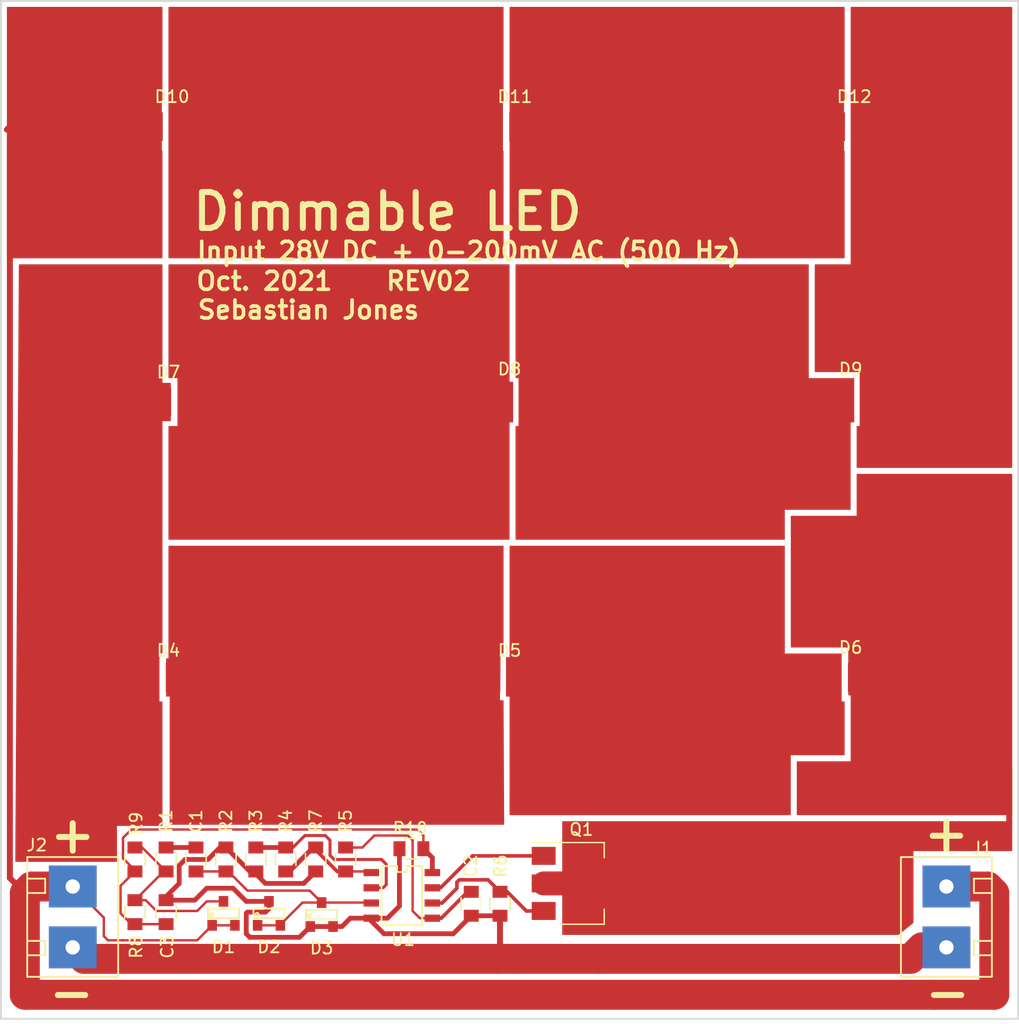
<source format=kicad_pcb>
(kicad_pcb (version 4) (host pcbnew 4.0.7)

  (general
    (links 49)
    (no_connects 0)
    (area 39.150001 18.8 237.85 191.200001)
    (thickness 1.6)
    (drawings 46)
    (tracks 188)
    (zones 0)
    (modules 29)
    (nets 21)
  )

  (page A4)
  (layers
    (0 F.Cu signal)
    (31 B.Cu signal)
    (32 B.Adhes user)
    (33 F.Adhes user)
    (34 B.Paste user)
    (35 F.Paste user)
    (36 B.SilkS user)
    (37 F.SilkS user)
    (38 B.Mask user)
    (39 F.Mask user)
    (40 Dwgs.User user hide)
    (41 Cmts.User user)
    (42 Eco1.User user)
    (43 Eco2.User user)
    (44 Edge.Cuts user)
    (45 Margin user)
    (46 B.CrtYd user)
    (47 F.CrtYd user)
    (48 B.Fab user)
    (49 F.Fab user hide)
  )

  (setup
    (last_trace_width 0.25)
    (user_trace_width 0.2)
    (user_trace_width 0.3)
    (user_trace_width 0.4)
    (user_trace_width 0.5)
    (user_trace_width 1)
    (user_trace_width 2)
    (user_trace_width 2.5)
    (user_trace_width 3)
    (trace_clearance 0.2)
    (zone_clearance 0)
    (zone_45_only no)
    (trace_min 0.2)
    (segment_width 0.2)
    (edge_width 0.15)
    (via_size 0.6)
    (via_drill 0.4)
    (via_min_size 0.4)
    (via_min_drill 0.3)
    (uvia_size 0.3)
    (uvia_drill 0.1)
    (uvias_allowed no)
    (uvia_min_size 0.2)
    (uvia_min_drill 0.1)
    (pcb_text_width 0.3)
    (pcb_text_size 1.5 1.5)
    (mod_edge_width 0.15)
    (mod_text_size 1 1)
    (mod_text_width 0.15)
    (pad_size 1.524 1.524)
    (pad_drill 0.762)
    (pad_to_mask_clearance 0.2)
    (aux_axis_origin 0 0)
    (grid_origin 118.9 83.8)
    (visible_elements FFFEFF7F)
    (pcbplotparams
      (layerselection 0x00008_00000000)
      (usegerberextensions false)
      (excludeedgelayer true)
      (linewidth 0.100000)
      (plotframeref false)
      (viasonmask false)
      (mode 1)
      (useauxorigin false)
      (hpglpennumber 1)
      (hpglpenspeed 20)
      (hpglpendiameter 15)
      (hpglpenoverlay 2)
      (psnegative false)
      (psa4output false)
      (plotreference true)
      (plotvalue true)
      (plotinvisibletext false)
      (padsonsilk false)
      (subtractmaskfromsilk false)
      (outputformat 1)
      (mirror false)
      (drillshape 0)
      (scaleselection 1)
      (outputdirectory pasteGerbCoolLeds/))
  )

  (net 0 "")
  (net 1 "Net-(C1-Pad1)")
  (net 2 "Net-(C1-Pad2)")
  (net 3 "Net-(C2-Pad1)")
  (net 4 GND)
  (net 5 "Net-(D1-Pad1)")
  (net 6 "Net-(D1-Pad3)")
  (net 7 "Net-(D4-Pad1)")
  (net 8 "Net-(D4-Pad2)")
  (net 9 "Net-(D5-Pad1)")
  (net 10 "Net-(D6-Pad1)")
  (net 11 "Net-(D7-Pad2)")
  (net 12 "Net-(D8-Pad2)")
  (net 13 "Net-(D12-Pad1)")
  (net 14 "Net-(D10-Pad1)")
  (net 15 "Net-(D11-Pad1)")
  (net 16 "Net-(Q1-Pad3)")
  (net 17 "Net-(Q1-Pad1)")
  (net 18 "Net-(R3-Pad1)")
  (net 19 "Net-(R4-Pad1)")
  (net 20 "Net-(C3-Pad1)")

  (net_class Default "This is the default net class."
    (clearance 0.2)
    (trace_width 0.25)
    (via_dia 0.6)
    (via_drill 0.4)
    (uvia_dia 0.3)
    (uvia_drill 0.1)
    (add_net GND)
    (add_net "Net-(C1-Pad1)")
    (add_net "Net-(C1-Pad2)")
    (add_net "Net-(C2-Pad1)")
    (add_net "Net-(C3-Pad1)")
    (add_net "Net-(D1-Pad1)")
    (add_net "Net-(D1-Pad3)")
    (add_net "Net-(D10-Pad1)")
    (add_net "Net-(D11-Pad1)")
    (add_net "Net-(D12-Pad1)")
    (add_net "Net-(D4-Pad1)")
    (add_net "Net-(D4-Pad2)")
    (add_net "Net-(D5-Pad1)")
    (add_net "Net-(D6-Pad1)")
    (add_net "Net-(D7-Pad2)")
    (add_net "Net-(D8-Pad2)")
    (add_net "Net-(Q1-Pad1)")
    (add_net "Net-(Q1-Pad3)")
    (add_net "Net-(R3-Pad1)")
    (add_net "Net-(R4-Pad1)")
  )

  (module Capacitors_SMD:C_0805 (layer F.Cu) (tedit 616A7647) (tstamp 61691B66)
    (at 116.3 131.7 270)
    (descr "Capacitor SMD 0805, reflow soldering, AVX (see smccp.pdf)")
    (tags "capacitor 0805")
    (path /61691891)
    (attr smd)
    (fp_text reference C1 (at -3.2 0 270) (layer F.SilkS)
      (effects (font (size 1 1) (thickness 0.15)))
    )
    (fp_text value 1u (at 0 1.75 270) (layer F.Fab)
      (effects (font (size 1 1) (thickness 0.15)))
    )
    (fp_text user %R (at 0 -1.5 270) (layer F.Fab)
      (effects (font (size 1 1) (thickness 0.15)))
    )
    (fp_line (start -1 0.62) (end -1 -0.62) (layer F.Fab) (width 0.1))
    (fp_line (start 1 0.62) (end -1 0.62) (layer F.Fab) (width 0.1))
    (fp_line (start 1 -0.62) (end 1 0.62) (layer F.Fab) (width 0.1))
    (fp_line (start -1 -0.62) (end 1 -0.62) (layer F.Fab) (width 0.1))
    (fp_line (start 0.5 -0.85) (end -0.5 -0.85) (layer F.SilkS) (width 0.12))
    (fp_line (start -0.5 0.85) (end 0.5 0.85) (layer F.SilkS) (width 0.12))
    (fp_line (start -1.75 -0.88) (end 1.75 -0.88) (layer F.CrtYd) (width 0.05))
    (fp_line (start -1.75 -0.88) (end -1.75 0.87) (layer F.CrtYd) (width 0.05))
    (fp_line (start 1.75 0.87) (end 1.75 -0.88) (layer F.CrtYd) (width 0.05))
    (fp_line (start 1.75 0.87) (end -1.75 0.87) (layer F.CrtYd) (width 0.05))
    (pad 1 smd rect (at -1 0 270) (size 1 1.25) (layers F.Cu F.Paste F.Mask)
      (net 1 "Net-(C1-Pad1)"))
    (pad 2 smd rect (at 1 0 270) (size 1 1.25) (layers F.Cu F.Paste F.Mask)
      (net 2 "Net-(C1-Pad2)"))
    (model Capacitors_SMD.3dshapes/C_0805.wrl
      (at (xyz 0 0 0))
      (scale (xyz 1 1 1))
      (rotate (xyz 0 0 0))
    )
  )

  (module Capacitors_SMD:C_0805 (layer F.Cu) (tedit 616A765C) (tstamp 61691B6C)
    (at 139.3 135.4 270)
    (descr "Capacitor SMD 0805, reflow soldering, AVX (see smccp.pdf)")
    (tags "capacitor 0805")
    (path /6169A0E6)
    (attr smd)
    (fp_text reference C2 (at -3.15 0.05 270) (layer F.SilkS)
      (effects (font (size 1 1) (thickness 0.15)))
    )
    (fp_text value 1u (at 0 1.75 270) (layer F.Fab)
      (effects (font (size 1 1) (thickness 0.15)))
    )
    (fp_text user %R (at 0 -1.5 270) (layer F.Fab)
      (effects (font (size 1 1) (thickness 0.15)))
    )
    (fp_line (start -1 0.62) (end -1 -0.62) (layer F.Fab) (width 0.1))
    (fp_line (start 1 0.62) (end -1 0.62) (layer F.Fab) (width 0.1))
    (fp_line (start 1 -0.62) (end 1 0.62) (layer F.Fab) (width 0.1))
    (fp_line (start -1 -0.62) (end 1 -0.62) (layer F.Fab) (width 0.1))
    (fp_line (start 0.5 -0.85) (end -0.5 -0.85) (layer F.SilkS) (width 0.12))
    (fp_line (start -0.5 0.85) (end 0.5 0.85) (layer F.SilkS) (width 0.12))
    (fp_line (start -1.75 -0.88) (end 1.75 -0.88) (layer F.CrtYd) (width 0.05))
    (fp_line (start -1.75 -0.88) (end -1.75 0.87) (layer F.CrtYd) (width 0.05))
    (fp_line (start 1.75 0.87) (end 1.75 -0.88) (layer F.CrtYd) (width 0.05))
    (fp_line (start 1.75 0.87) (end -1.75 0.87) (layer F.CrtYd) (width 0.05))
    (pad 1 smd rect (at -1 0 270) (size 1 1.25) (layers F.Cu F.Paste F.Mask)
      (net 3 "Net-(C2-Pad1)"))
    (pad 2 smd rect (at 1 0 270) (size 1 1.25) (layers F.Cu F.Paste F.Mask)
      (net 4 GND))
    (model Capacitors_SMD.3dshapes/C_0805.wrl
      (at (xyz 0 0 0))
      (scale (xyz 1 1 1))
      (rotate (xyz 0 0 0))
    )
  )

  (module seb_fp:cree_j_series_led (layer F.Cu) (tedit 616A75A7) (tstamp 61691B87)
    (at 114 116.5 180)
    (path /61697691)
    (fp_text reference D4 (at 0 2.25 180) (layer F.SilkS)
      (effects (font (size 1 1) (thickness 0.15)))
    )
    (fp_text value LED (at 0 -5.6 180) (layer F.Fab)
      (effects (font (size 1 1) (thickness 0.15)))
    )
    (pad 1 smd rect (at -0.575 0 180) (size 1.6 2.4) (layers F.Cu F.Paste F.Mask)
      (net 7 "Net-(D4-Pad1)"))
    (pad 2 smd rect (at 1.075 0 180) (size 0.6 2.4) (layers F.Cu F.Paste F.Mask)
      (net 8 "Net-(D4-Pad2)"))
  )

  (module seb_fp:cree_j_series_led (layer F.Cu) (tedit 616A75AF) (tstamp 61691B8D)
    (at 142.5 116.5 180)
    (path /61695D99)
    (fp_text reference D5 (at 0 2.25 180) (layer F.SilkS)
      (effects (font (size 1 1) (thickness 0.15)))
    )
    (fp_text value LED (at 0 -5.6 180) (layer F.Fab)
      (effects (font (size 1 1) (thickness 0.15)))
    )
    (pad 1 smd rect (at -0.575 0 180) (size 1.6 2.4) (layers F.Cu F.Paste F.Mask)
      (net 9 "Net-(D5-Pad1)"))
    (pad 2 smd rect (at 1.075 0 180) (size 0.6 2.4) (layers F.Cu F.Paste F.Mask)
      (net 7 "Net-(D4-Pad1)"))
  )

  (module seb_fp:cree_j_series_led (layer F.Cu) (tedit 616A75AA) (tstamp 61691B93)
    (at 171 116.5 180)
    (path /616958DE)
    (fp_text reference D6 (at 0 2.5 180) (layer F.SilkS)
      (effects (font (size 1 1) (thickness 0.15)))
    )
    (fp_text value LED (at 0 -5.6 180) (layer F.Fab)
      (effects (font (size 1 1) (thickness 0.15)))
    )
    (pad 1 smd rect (at -0.575 0 180) (size 1.6 2.4) (layers F.Cu F.Paste F.Mask)
      (net 10 "Net-(D6-Pad1)"))
    (pad 2 smd rect (at 1.075 0 180) (size 0.6 2.4) (layers F.Cu F.Paste F.Mask)
      (net 9 "Net-(D5-Pad1)"))
  )

  (module seb_fp:cree_j_series_led (layer F.Cu) (tedit 616A75CE) (tstamp 61691B99)
    (at 114 93.5)
    (path /61698124)
    (fp_text reference D7 (at 0 -2.5) (layer F.SilkS)
      (effects (font (size 1 1) (thickness 0.15)))
    )
    (fp_text value LED (at 0 -5.6) (layer F.Fab)
      (effects (font (size 1 1) (thickness 0.15)))
    )
    (pad 1 smd rect (at -0.575 0) (size 1.6 2.4) (layers F.Cu F.Paste F.Mask)
      (net 8 "Net-(D4-Pad2)"))
    (pad 2 smd rect (at 1.075 0) (size 0.6 2.4) (layers F.Cu F.Paste F.Mask)
      (net 11 "Net-(D7-Pad2)"))
  )

  (module seb_fp:cree_j_series_led (layer F.Cu) (tedit 616A75CA) (tstamp 61691B9F)
    (at 142.5 93.5)
    (path /61698024)
    (fp_text reference D8 (at 0 -2.75) (layer F.SilkS)
      (effects (font (size 1 1) (thickness 0.15)))
    )
    (fp_text value LED (at 0 -5.6) (layer F.Fab)
      (effects (font (size 1 1) (thickness 0.15)))
    )
    (pad 1 smd rect (at -0.575 0) (size 1.6 2.4) (layers F.Cu F.Paste F.Mask)
      (net 11 "Net-(D7-Pad2)"))
    (pad 2 smd rect (at 1.075 0) (size 0.6 2.4) (layers F.Cu F.Paste F.Mask)
      (net 12 "Net-(D8-Pad2)"))
  )

  (module seb_fp:cree_j_series_led (layer F.Cu) (tedit 616A75C5) (tstamp 61691BA5)
    (at 171 93.5)
    (path /61697C57)
    (fp_text reference D9 (at 0 -2.75) (layer F.SilkS)
      (effects (font (size 1 1) (thickness 0.15)))
    )
    (fp_text value LED (at 0 -5.6) (layer F.Fab)
      (effects (font (size 1 1) (thickness 0.15)))
    )
    (pad 1 smd rect (at -0.575 0) (size 1.6 2.4) (layers F.Cu F.Paste F.Mask)
      (net 12 "Net-(D8-Pad2)"))
    (pad 2 smd rect (at 1.075 0) (size 0.6 2.4) (layers F.Cu F.Paste F.Mask)
      (net 13 "Net-(D12-Pad1)"))
  )

  (module seb_fp:cree_j_series_led (layer F.Cu) (tedit 616A75B8) (tstamp 61691BAB)
    (at 114.3 70.5 180)
    (path /616987FB)
    (fp_text reference D10 (at 0 2.5 180) (layer F.SilkS)
      (effects (font (size 1 1) (thickness 0.15)))
    )
    (fp_text value LED (at 0 -5.6 180) (layer F.Fab)
      (effects (font (size 1 1) (thickness 0.15)))
    )
    (pad 1 smd rect (at -0.575 0 180) (size 1.6 2.4) (layers F.Cu F.Paste F.Mask)
      (net 14 "Net-(D10-Pad1)"))
    (pad 2 smd rect (at 1.075 0 180) (size 0.6 2.4) (layers F.Cu F.Paste F.Mask)
      (net 5 "Net-(D1-Pad1)"))
  )

  (module seb_fp:cree_j_series_led (layer F.Cu) (tedit 616A75BD) (tstamp 61691BB1)
    (at 142.7 70.5 180)
    (path /616989EF)
    (fp_text reference D11 (at -0.25 2.5 180) (layer F.SilkS)
      (effects (font (size 1 1) (thickness 0.15)))
    )
    (fp_text value LED (at 0 -5.6 180) (layer F.Fab)
      (effects (font (size 1 1) (thickness 0.15)))
    )
    (pad 1 smd rect (at -0.575 0 180) (size 1.6 2.4) (layers F.Cu F.Paste F.Mask)
      (net 15 "Net-(D11-Pad1)"))
    (pad 2 smd rect (at 1.075 0 180) (size 0.6 2.4) (layers F.Cu F.Paste F.Mask)
      (net 14 "Net-(D10-Pad1)"))
  )

  (module seb_fp:cree_j_series_led (layer F.Cu) (tedit 616A75C1) (tstamp 61691BB7)
    (at 171.3 70.5 180)
    (path /61698B46)
    (fp_text reference D12 (at 0 2.5 180) (layer F.SilkS)
      (effects (font (size 1 1) (thickness 0.15)))
    )
    (fp_text value LED (at 0 -5.6 180) (layer F.Fab)
      (effects (font (size 1 1) (thickness 0.15)))
    )
    (pad 1 smd rect (at -0.575 0 180) (size 1.6 2.4) (layers F.Cu F.Paste F.Mask)
      (net 13 "Net-(D12-Pad1)"))
    (pad 2 smd rect (at 1.075 0 180) (size 0.6 2.4) (layers F.Cu F.Paste F.Mask)
      (net 15 "Net-(D11-Pad1)"))
  )

  (module seb_fp:screwTerminal5.08_2 (layer F.Cu) (tedit 616A760D) (tstamp 61691BC7)
    (at 179 136.5 270)
    (path /6169BFAD)
    (fp_text reference J1 (at -5.75 -3 360) (layer F.SilkS)
      (effects (font (size 1 1) (thickness 0.15)))
    )
    (fp_text value Conn_01x02 (at 0 -5.5 270) (layer F.Fab)
      (effects (font (size 1 1) (thickness 0.15)))
    )
    (fp_line (start 2 -2.3) (end 3.2 -2.3) (layer F.SilkS) (width 0.15))
    (fp_line (start 2 -2.3) (end 2 -3.8) (layer F.SilkS) (width 0.15))
    (fp_line (start 3.2 -2.3) (end 3.2 -3.8) (layer F.SilkS) (width 0.15))
    (fp_line (start -3.2 -3.8) (end -3.2 -2.3) (layer F.SilkS) (width 0.15))
    (fp_line (start -3.2 -2.3) (end -2 -2.3) (layer F.SilkS) (width 0.15))
    (fp_line (start -2 -2.3) (end -2 -3.8) (layer F.SilkS) (width 0.15))
    (fp_line (start -5 -3.8) (end 5 -3.8) (layer F.SilkS) (width 0.15))
    (fp_line (start -5 3.8) (end 5 3.8) (layer F.SilkS) (width 0.15))
    (fp_line (start 5 -3.8) (end 5 3.8) (layer F.SilkS) (width 0.15))
    (fp_line (start -5 -3.8) (end -5 3.8) (layer F.SilkS) (width 0.15))
    (pad 1 thru_hole rect (at -2.54 0 270) (size 3.5 4) (drill 1.2) (layers *.Cu *.Mask)
      (net 5 "Net-(D1-Pad1)"))
    (pad 2 thru_hole rect (at 2.54 0 270) (size 3.5 4) (drill 1.2) (layers *.Cu *.Mask)
      (net 4 GND))
  )

  (module seb_fp:screwTerminal5.08_2 (layer F.Cu) (tedit 616A7606) (tstamp 61691BD7)
    (at 106 136.5 90)
    (path /6169BAB4)
    (fp_text reference J2 (at 6 -3 180) (layer F.SilkS)
      (effects (font (size 1 1) (thickness 0.15)))
    )
    (fp_text value Conn_01x02 (at 0 -5.5 90) (layer F.Fab)
      (effects (font (size 1 1) (thickness 0.15)))
    )
    (fp_line (start 2 -2.3) (end 3.2 -2.3) (layer F.SilkS) (width 0.15))
    (fp_line (start 2 -2.3) (end 2 -3.8) (layer F.SilkS) (width 0.15))
    (fp_line (start 3.2 -2.3) (end 3.2 -3.8) (layer F.SilkS) (width 0.15))
    (fp_line (start -3.2 -3.8) (end -3.2 -2.3) (layer F.SilkS) (width 0.15))
    (fp_line (start -3.2 -2.3) (end -2 -2.3) (layer F.SilkS) (width 0.15))
    (fp_line (start -2 -2.3) (end -2 -3.8) (layer F.SilkS) (width 0.15))
    (fp_line (start -5 -3.8) (end 5 -3.8) (layer F.SilkS) (width 0.15))
    (fp_line (start -5 3.8) (end 5 3.8) (layer F.SilkS) (width 0.15))
    (fp_line (start 5 -3.8) (end 5 3.8) (layer F.SilkS) (width 0.15))
    (fp_line (start -5 -3.8) (end -5 3.8) (layer F.SilkS) (width 0.15))
    (pad 1 thru_hole rect (at -2.54 0 90) (size 3.5 4) (drill 1.2) (layers *.Cu *.Mask)
      (net 4 GND))
    (pad 2 thru_hole rect (at 2.54 0 90) (size 3.5 4) (drill 1.2) (layers *.Cu *.Mask)
      (net 5 "Net-(D1-Pad1)"))
  )

  (module TO_SOT_Packages_SMD:SOT-223 (layer F.Cu) (tedit 58CE4E7E) (tstamp 61691BDF)
    (at 148.5 133.7)
    (descr "module CMS SOT223 4 pins")
    (tags "CMS SOT")
    (path /6169507E)
    (attr smd)
    (fp_text reference Q1 (at 0 -4.5) (layer F.SilkS)
      (effects (font (size 1 1) (thickness 0.15)))
    )
    (fp_text value PZT2222A (at 0 4.5) (layer F.Fab)
      (effects (font (size 1 1) (thickness 0.15)))
    )
    (fp_text user %R (at 0 0 90) (layer F.Fab)
      (effects (font (size 0.8 0.8) (thickness 0.12)))
    )
    (fp_line (start -1.85 -2.3) (end -0.8 -3.35) (layer F.Fab) (width 0.1))
    (fp_line (start 1.91 3.41) (end 1.91 2.15) (layer F.SilkS) (width 0.12))
    (fp_line (start 1.91 -3.41) (end 1.91 -2.15) (layer F.SilkS) (width 0.12))
    (fp_line (start 4.4 -3.6) (end -4.4 -3.6) (layer F.CrtYd) (width 0.05))
    (fp_line (start 4.4 3.6) (end 4.4 -3.6) (layer F.CrtYd) (width 0.05))
    (fp_line (start -4.4 3.6) (end 4.4 3.6) (layer F.CrtYd) (width 0.05))
    (fp_line (start -4.4 -3.6) (end -4.4 3.6) (layer F.CrtYd) (width 0.05))
    (fp_line (start -1.85 -2.3) (end -1.85 3.35) (layer F.Fab) (width 0.1))
    (fp_line (start -1.85 3.41) (end 1.91 3.41) (layer F.SilkS) (width 0.12))
    (fp_line (start -0.8 -3.35) (end 1.85 -3.35) (layer F.Fab) (width 0.1))
    (fp_line (start -4.1 -3.41) (end 1.91 -3.41) (layer F.SilkS) (width 0.12))
    (fp_line (start -1.85 3.35) (end 1.85 3.35) (layer F.Fab) (width 0.1))
    (fp_line (start 1.85 -3.35) (end 1.85 3.35) (layer F.Fab) (width 0.1))
    (pad 4 smd rect (at 3.15 0) (size 2 3.8) (layers F.Cu F.Paste F.Mask)
      (net 10 "Net-(D6-Pad1)"))
    (pad 2 smd rect (at -3.15 0) (size 2 1.5) (layers F.Cu F.Paste F.Mask)
      (net 10 "Net-(D6-Pad1)"))
    (pad 3 smd rect (at -3.15 2.3) (size 2 1.5) (layers F.Cu F.Paste F.Mask)
      (net 16 "Net-(Q1-Pad3)"))
    (pad 1 smd rect (at -3.15 -2.3) (size 2 1.5) (layers F.Cu F.Paste F.Mask)
      (net 17 "Net-(Q1-Pad1)"))
    (model ${KISYS3DMOD}/TO_SOT_Packages_SMD.3dshapes/SOT-223.wrl
      (at (xyz 0 0 0))
      (scale (xyz 1 1 1))
      (rotate (xyz 0 0 0))
    )
  )

  (module Capacitors_SMD:C_0805 (layer F.Cu) (tedit 616A764B) (tstamp 61691BE5)
    (at 113.8 131.7 270)
    (descr "Capacitor SMD 0805, reflow soldering, AVX (see smccp.pdf)")
    (tags "capacitor 0805")
    (path /6169205D)
    (attr smd)
    (fp_text reference R1 (at -3.2 0 270) (layer F.SilkS)
      (effects (font (size 1 1) (thickness 0.15)))
    )
    (fp_text value 100R (at 0 1.75 270) (layer F.Fab)
      (effects (font (size 1 1) (thickness 0.15)))
    )
    (fp_text user %R (at 0 -1.5 270) (layer F.Fab)
      (effects (font (size 1 1) (thickness 0.15)))
    )
    (fp_line (start -1 0.62) (end -1 -0.62) (layer F.Fab) (width 0.1))
    (fp_line (start 1 0.62) (end -1 0.62) (layer F.Fab) (width 0.1))
    (fp_line (start 1 -0.62) (end 1 0.62) (layer F.Fab) (width 0.1))
    (fp_line (start -1 -0.62) (end 1 -0.62) (layer F.Fab) (width 0.1))
    (fp_line (start 0.5 -0.85) (end -0.5 -0.85) (layer F.SilkS) (width 0.12))
    (fp_line (start -0.5 0.85) (end 0.5 0.85) (layer F.SilkS) (width 0.12))
    (fp_line (start -1.75 -0.88) (end 1.75 -0.88) (layer F.CrtYd) (width 0.05))
    (fp_line (start -1.75 -0.88) (end -1.75 0.87) (layer F.CrtYd) (width 0.05))
    (fp_line (start 1.75 0.87) (end 1.75 -0.88) (layer F.CrtYd) (width 0.05))
    (fp_line (start 1.75 0.87) (end -1.75 0.87) (layer F.CrtYd) (width 0.05))
    (pad 1 smd rect (at -1 0 270) (size 1 1.25) (layers F.Cu F.Paste F.Mask)
      (net 1 "Net-(C1-Pad1)"))
    (pad 2 smd rect (at 1 0 270) (size 1 1.25) (layers F.Cu F.Paste F.Mask)
      (net 6 "Net-(D1-Pad3)"))
    (model Capacitors_SMD.3dshapes/C_0805.wrl
      (at (xyz 0 0 0))
      (scale (xyz 1 1 1))
      (rotate (xyz 0 0 0))
    )
  )

  (module Capacitors_SMD:C_0805 (layer F.Cu) (tedit 617B895A) (tstamp 61691BEB)
    (at 118.8 131.7 270)
    (descr "Capacitor SMD 0805, reflow soldering, AVX (see smccp.pdf)")
    (tags "capacitor 0805")
    (path /616911FF)
    (attr smd)
    (fp_text reference R2 (at -3.2 0 270) (layer F.SilkS)
      (effects (font (size 1 1) (thickness 0.15)))
    )
    (fp_text value 10k (at 0 1.75 270) (layer F.Fab)
      (effects (font (size 1 1) (thickness 0.15)))
    )
    (fp_text user %R (at 0 -1.5 270) (layer F.Fab)
      (effects (font (size 1 1) (thickness 0.15)))
    )
    (fp_line (start -1 0.62) (end -1 -0.62) (layer F.Fab) (width 0.1))
    (fp_line (start 1 0.62) (end -1 0.62) (layer F.Fab) (width 0.1))
    (fp_line (start 1 -0.62) (end 1 0.62) (layer F.Fab) (width 0.1))
    (fp_line (start -1 -0.62) (end 1 -0.62) (layer F.Fab) (width 0.1))
    (fp_line (start 0.5 -0.85) (end -0.5 -0.85) (layer F.SilkS) (width 0.12))
    (fp_line (start -0.5 0.85) (end 0.5 0.85) (layer F.SilkS) (width 0.12))
    (fp_line (start -1.75 -0.88) (end 1.75 -0.88) (layer F.CrtYd) (width 0.05))
    (fp_line (start -1.75 -0.88) (end -1.75 0.87) (layer F.CrtYd) (width 0.05))
    (fp_line (start 1.75 0.87) (end 1.75 -0.88) (layer F.CrtYd) (width 0.05))
    (fp_line (start 1.75 0.87) (end -1.75 0.87) (layer F.CrtYd) (width 0.05))
    (pad 1 smd rect (at -1 0 270) (size 1 1.25) (layers F.Cu F.Paste F.Mask)
      (net 4 GND))
    (pad 2 smd rect (at 1 0 270) (size 1 1.25) (layers F.Cu F.Paste F.Mask)
      (net 2 "Net-(C1-Pad2)"))
    (model Capacitors_SMD.3dshapes/C_0805.wrl
      (at (xyz 0 0 0))
      (scale (xyz 1 1 1))
      (rotate (xyz 0 0 0))
    )
  )

  (module Capacitors_SMD:C_0805 (layer F.Cu) (tedit 616A7641) (tstamp 61691BF1)
    (at 121.3 131.7 270)
    (descr "Capacitor SMD 0805, reflow soldering, AVX (see smccp.pdf)")
    (tags "capacitor 0805")
    (path /61690F1F)
    (attr smd)
    (fp_text reference R3 (at -3.2 0 270) (layer F.SilkS)
      (effects (font (size 1 1) (thickness 0.15)))
    )
    (fp_text value 10k (at 0 1.75 270) (layer F.Fab)
      (effects (font (size 1 1) (thickness 0.15)))
    )
    (fp_text user %R (at 0 -1.5 270) (layer F.Fab)
      (effects (font (size 1 1) (thickness 0.15)))
    )
    (fp_line (start -1 0.62) (end -1 -0.62) (layer F.Fab) (width 0.1))
    (fp_line (start 1 0.62) (end -1 0.62) (layer F.Fab) (width 0.1))
    (fp_line (start 1 -0.62) (end 1 0.62) (layer F.Fab) (width 0.1))
    (fp_line (start -1 -0.62) (end 1 -0.62) (layer F.Fab) (width 0.1))
    (fp_line (start 0.5 -0.85) (end -0.5 -0.85) (layer F.SilkS) (width 0.12))
    (fp_line (start -0.5 0.85) (end 0.5 0.85) (layer F.SilkS) (width 0.12))
    (fp_line (start -1.75 -0.88) (end 1.75 -0.88) (layer F.CrtYd) (width 0.05))
    (fp_line (start -1.75 -0.88) (end -1.75 0.87) (layer F.CrtYd) (width 0.05))
    (fp_line (start 1.75 0.87) (end 1.75 -0.88) (layer F.CrtYd) (width 0.05))
    (fp_line (start 1.75 0.87) (end -1.75 0.87) (layer F.CrtYd) (width 0.05))
    (pad 1 smd rect (at -1 0 270) (size 1 1.25) (layers F.Cu F.Paste F.Mask)
      (net 18 "Net-(R3-Pad1)"))
    (pad 2 smd rect (at 1 0 270) (size 1 1.25) (layers F.Cu F.Paste F.Mask)
      (net 4 GND))
    (model Capacitors_SMD.3dshapes/C_0805.wrl
      (at (xyz 0 0 0))
      (scale (xyz 1 1 1))
      (rotate (xyz 0 0 0))
    )
  )

  (module Capacitors_SMD:C_0805 (layer F.Cu) (tedit 616A763C) (tstamp 61691BF7)
    (at 123.8 131.7 90)
    (descr "Capacitor SMD 0805, reflow soldering, AVX (see smccp.pdf)")
    (tags "capacitor 0805")
    (path /61691051)
    (attr smd)
    (fp_text reference R4 (at 3.2 0 90) (layer F.SilkS)
      (effects (font (size 1 1) (thickness 0.15)))
    )
    (fp_text value 82k (at 0 1.75 90) (layer F.Fab)
      (effects (font (size 1 1) (thickness 0.15)))
    )
    (fp_text user %R (at 0 -1.5 90) (layer F.Fab)
      (effects (font (size 1 1) (thickness 0.15)))
    )
    (fp_line (start -1 0.62) (end -1 -0.62) (layer F.Fab) (width 0.1))
    (fp_line (start 1 0.62) (end -1 0.62) (layer F.Fab) (width 0.1))
    (fp_line (start 1 -0.62) (end 1 0.62) (layer F.Fab) (width 0.1))
    (fp_line (start -1 -0.62) (end 1 -0.62) (layer F.Fab) (width 0.1))
    (fp_line (start 0.5 -0.85) (end -0.5 -0.85) (layer F.SilkS) (width 0.12))
    (fp_line (start -0.5 0.85) (end 0.5 0.85) (layer F.SilkS) (width 0.12))
    (fp_line (start -1.75 -0.88) (end 1.75 -0.88) (layer F.CrtYd) (width 0.05))
    (fp_line (start -1.75 -0.88) (end -1.75 0.87) (layer F.CrtYd) (width 0.05))
    (fp_line (start 1.75 0.87) (end 1.75 -0.88) (layer F.CrtYd) (width 0.05))
    (fp_line (start 1.75 0.87) (end -1.75 0.87) (layer F.CrtYd) (width 0.05))
    (pad 1 smd rect (at -1 0 90) (size 1 1.25) (layers F.Cu F.Paste F.Mask)
      (net 19 "Net-(R4-Pad1)"))
    (pad 2 smd rect (at 1 0 90) (size 1 1.25) (layers F.Cu F.Paste F.Mask)
      (net 18 "Net-(R3-Pad1)"))
    (model Capacitors_SMD.3dshapes/C_0805.wrl
      (at (xyz 0 0 0))
      (scale (xyz 1 1 1))
      (rotate (xyz 0 0 0))
    )
  )

  (module Capacitors_SMD:C_0805 (layer F.Cu) (tedit 616A7638) (tstamp 61691BFD)
    (at 128.8 131.7 270)
    (descr "Capacitor SMD 0805, reflow soldering, AVX (see smccp.pdf)")
    (tags "capacitor 0805")
    (path /61691198)
    (attr smd)
    (fp_text reference R5 (at -3.2 0 270) (layer F.SilkS)
      (effects (font (size 1 1) (thickness 0.15)))
    )
    (fp_text value 82k (at 0 1.75 270) (layer F.Fab)
      (effects (font (size 1 1) (thickness 0.15)))
    )
    (fp_text user %R (at 0 -1.5 270) (layer F.Fab)
      (effects (font (size 1 1) (thickness 0.15)))
    )
    (fp_line (start -1 0.62) (end -1 -0.62) (layer F.Fab) (width 0.1))
    (fp_line (start 1 0.62) (end -1 0.62) (layer F.Fab) (width 0.1))
    (fp_line (start 1 -0.62) (end 1 0.62) (layer F.Fab) (width 0.1))
    (fp_line (start -1 -0.62) (end 1 -0.62) (layer F.Fab) (width 0.1))
    (fp_line (start 0.5 -0.85) (end -0.5 -0.85) (layer F.SilkS) (width 0.12))
    (fp_line (start -0.5 0.85) (end 0.5 0.85) (layer F.SilkS) (width 0.12))
    (fp_line (start -1.75 -0.88) (end 1.75 -0.88) (layer F.CrtYd) (width 0.05))
    (fp_line (start -1.75 -0.88) (end -1.75 0.87) (layer F.CrtYd) (width 0.05))
    (fp_line (start 1.75 0.87) (end 1.75 -0.88) (layer F.CrtYd) (width 0.05))
    (fp_line (start 1.75 0.87) (end -1.75 0.87) (layer F.CrtYd) (width 0.05))
    (pad 1 smd rect (at -1 0 270) (size 1 1.25) (layers F.Cu F.Paste F.Mask)
      (net 3 "Net-(C2-Pad1)"))
    (pad 2 smd rect (at 1 0 270) (size 1 1.25) (layers F.Cu F.Paste F.Mask)
      (net 19 "Net-(R4-Pad1)"))
    (model Capacitors_SMD.3dshapes/C_0805.wrl
      (at (xyz 0 0 0))
      (scale (xyz 1 1 1))
      (rotate (xyz 0 0 0))
    )
  )

  (module Capacitors_SMD:C_0805 (layer F.Cu) (tedit 616A765B) (tstamp 61691C03)
    (at 141.7 135.4 90)
    (descr "Capacitor SMD 0805, reflow soldering, AVX (see smccp.pdf)")
    (tags "capacitor 0805")
    (path /61694E62)
    (attr smd)
    (fp_text reference R6 (at 3.15 0.05 90) (layer F.SilkS)
      (effects (font (size 1 1) (thickness 0.15)))
    )
    (fp_text value 3R3 (at 0 1.75 90) (layer F.Fab)
      (effects (font (size 1 1) (thickness 0.15)))
    )
    (fp_text user %R (at 0 -1.5 90) (layer F.Fab)
      (effects (font (size 1 1) (thickness 0.15)))
    )
    (fp_line (start -1 0.62) (end -1 -0.62) (layer F.Fab) (width 0.1))
    (fp_line (start 1 0.62) (end -1 0.62) (layer F.Fab) (width 0.1))
    (fp_line (start 1 -0.62) (end 1 0.62) (layer F.Fab) (width 0.1))
    (fp_line (start -1 -0.62) (end 1 -0.62) (layer F.Fab) (width 0.1))
    (fp_line (start 0.5 -0.85) (end -0.5 -0.85) (layer F.SilkS) (width 0.12))
    (fp_line (start -0.5 0.85) (end 0.5 0.85) (layer F.SilkS) (width 0.12))
    (fp_line (start -1.75 -0.88) (end 1.75 -0.88) (layer F.CrtYd) (width 0.05))
    (fp_line (start -1.75 -0.88) (end -1.75 0.87) (layer F.CrtYd) (width 0.05))
    (fp_line (start 1.75 0.87) (end 1.75 -0.88) (layer F.CrtYd) (width 0.05))
    (fp_line (start 1.75 0.87) (end -1.75 0.87) (layer F.CrtYd) (width 0.05))
    (pad 1 smd rect (at -1 0 90) (size 1 1.25) (layers F.Cu F.Paste F.Mask)
      (net 4 GND))
    (pad 2 smd rect (at 1 0 90) (size 1 1.25) (layers F.Cu F.Paste F.Mask)
      (net 16 "Net-(Q1-Pad3)"))
    (model Capacitors_SMD.3dshapes/C_0805.wrl
      (at (xyz 0 0 0))
      (scale (xyz 1 1 1))
      (rotate (xyz 0 0 0))
    )
  )

  (module seb_fp:soic_8 (layer F.Cu) (tedit 617B89BB) (tstamp 61691C17)
    (at 133.5 134.7 270)
    (path /61690CEC)
    (fp_text reference U1 (at 3.7 -0.1 360) (layer F.SilkS)
      (effects (font (size 1 1) (thickness 0.15)))
    )
    (fp_text value LM358 (at 0.127 1.016 270) (layer F.Fab)
      (effects (font (size 1 1) (thickness 0.15)))
    )
    (fp_line (start -2.45 -0.4) (end -2.45 -1.7) (layer F.SilkS) (width 0.15))
    (fp_line (start -2.45 0.4) (end -2.45 1.7) (layer F.SilkS) (width 0.15))
    (fp_line (start -1.95 -0.4) (end -1.95 0.4) (layer F.SilkS) (width 0.15))
    (fp_line (start -2.45 0.4) (end -1.95 0.4) (layer F.SilkS) (width 0.15))
    (fp_line (start -2.45 -0.4) (end -1.95 -0.4) (layer F.SilkS) (width 0.15))
    (fp_line (start 2.45 1.7) (end -2.45 1.7) (layer F.SilkS) (width 0.15))
    (fp_line (start -2.45 -1.7) (end 2.45 -1.7) (layer F.SilkS) (width 0.15))
    (fp_line (start 2.45 -1.7) (end 2.45 1.7) (layer F.SilkS) (width 0.15))
    (pad 5 smd rect (at 1.905 -2.55 270) (size 0.6 1.3) (layers F.Cu F.Paste F.Mask)
      (net 3 "Net-(C2-Pad1)"))
    (pad 6 smd rect (at 0.635 -2.55 270) (size 0.6 1.3) (layers F.Cu F.Paste F.Mask)
      (net 16 "Net-(Q1-Pad3)"))
    (pad 7 smd rect (at -0.635 -2.55 270) (size 0.6 1.3) (layers F.Cu F.Paste F.Mask)
      (net 17 "Net-(Q1-Pad1)"))
    (pad 8 smd rect (at -1.905 -2.55 270) (size 0.6 1.3) (layers F.Cu F.Paste F.Mask)
      (net 20 "Net-(C3-Pad1)"))
    (pad 1 smd rect (at -1.905 2.55 270) (size 0.6 1.3) (layers F.Cu F.Paste F.Mask)
      (net 19 "Net-(R4-Pad1)"))
    (pad 2 smd rect (at -0.635 2.55 270) (size 0.6 1.3) (layers F.Cu F.Paste F.Mask)
      (net 18 "Net-(R3-Pad1)"))
    (pad 3 smd rect (at 0.635 2.55 270) (size 0.6 1.3) (layers F.Cu F.Paste F.Mask)
      (net 2 "Net-(C1-Pad2)"))
    (pad 4 smd rect (at 1.905 2.55 270) (size 0.6 1.3) (layers F.Cu F.Paste F.Mask)
      (net 4 GND))
  )

  (module seb_fp:sot-23 (layer F.Cu) (tedit 616A7952) (tstamp 6169212A)
    (at 118.6 136.2)
    (path /6169256C)
    (fp_text reference D1 (at 0 2.8) (layer F.SilkS)
      (effects (font (size 1 1) (thickness 0.15)))
    )
    (fp_text value D (at 1.27 2.54) (layer F.Fab)
      (effects (font (size 1 1) (thickness 0.15)))
    )
    (fp_circle (center -1 0.1) (end -0.9 0.2) (layer F.SilkS) (width 0.15))
    (fp_line (start -1.3 -0.4) (end -1.3 0.4) (layer F.SilkS) (width 0.15))
    (fp_line (start -1.3 0.4) (end 1.3 0.4) (layer F.SilkS) (width 0.15))
    (fp_line (start 1.3 0.4) (end 1.3 -0.4) (layer F.SilkS) (width 0.15))
    (fp_line (start 1.3 -0.4) (end -1.3 -0.4) (layer F.SilkS) (width 0.15))
    (pad 2 smd rect (at 0.95 1) (size 0.8 0.9) (layers F.Cu F.Paste F.Mask)
      (net 5 "Net-(D1-Pad1)"))
    (pad 3 smd rect (at 0 -1) (size 0.8 0.9) (layers F.Cu F.Paste F.Mask)
      (net 6 "Net-(D1-Pad3)"))
    (pad 1 smd rect (at -0.95 1) (size 0.8 0.9) (layers F.Cu F.Paste F.Mask)
      (net 5 "Net-(D1-Pad1)"))
  )

  (module seb_fp:sot-23 (layer F.Cu) (tedit 616A794F) (tstamp 61692136)
    (at 122.4 136.2)
    (path /61691644)
    (fp_text reference D2 (at 0 2.8) (layer F.SilkS)
      (effects (font (size 1 1) (thickness 0.15)))
    )
    (fp_text value D (at 1.27 2.54) (layer F.Fab)
      (effects (font (size 1 1) (thickness 0.15)))
    )
    (fp_circle (center -1 0.1) (end -0.9 0.2) (layer F.SilkS) (width 0.15))
    (fp_line (start -1.3 -0.4) (end -1.3 0.4) (layer F.SilkS) (width 0.15))
    (fp_line (start -1.3 0.4) (end 1.3 0.4) (layer F.SilkS) (width 0.15))
    (fp_line (start 1.3 0.4) (end 1.3 -0.4) (layer F.SilkS) (width 0.15))
    (fp_line (start 1.3 -0.4) (end -1.3 -0.4) (layer F.SilkS) (width 0.15))
    (pad 2 smd rect (at 0.95 1) (size 0.8 0.9) (layers F.Cu F.Paste F.Mask)
      (net 2 "Net-(C1-Pad2)"))
    (pad 3 smd rect (at 0 -1) (size 0.8 0.9) (layers F.Cu F.Paste F.Mask)
      (net 4 GND))
    (pad 1 smd rect (at -0.95 1) (size 0.8 0.9) (layers F.Cu F.Paste F.Mask)
      (net 2 "Net-(C1-Pad2)"))
  )

  (module seb_fp:sot-23 (layer F.Cu) (tedit 616A7955) (tstamp 61692142)
    (at 126.8 136.3)
    (path /61691483)
    (fp_text reference D3 (at 0 2.8) (layer F.SilkS)
      (effects (font (size 1 1) (thickness 0.15)))
    )
    (fp_text value D (at 1.27 2.54) (layer F.Fab)
      (effects (font (size 1 1) (thickness 0.15)))
    )
    (fp_circle (center -1 0.1) (end -0.9 0.2) (layer F.SilkS) (width 0.15))
    (fp_line (start -1.3 -0.4) (end -1.3 0.4) (layer F.SilkS) (width 0.15))
    (fp_line (start -1.3 0.4) (end 1.3 0.4) (layer F.SilkS) (width 0.15))
    (fp_line (start 1.3 0.4) (end 1.3 -0.4) (layer F.SilkS) (width 0.15))
    (fp_line (start 1.3 -0.4) (end -1.3 -0.4) (layer F.SilkS) (width 0.15))
    (pad 2 smd rect (at 0.95 1) (size 0.8 0.9) (layers F.Cu F.Paste F.Mask)
      (net 4 GND))
    (pad 3 smd rect (at 0 -1) (size 0.8 0.9) (layers F.Cu F.Paste F.Mask)
      (net 2 "Net-(C1-Pad2)"))
    (pad 1 smd rect (at -0.95 1) (size 0.8 0.9) (layers F.Cu F.Paste F.Mask)
      (net 4 GND))
  )

  (module Capacitors_SMD:C_0805 (layer F.Cu) (tedit 616A7639) (tstamp 6169241B)
    (at 126.3 131.7 270)
    (descr "Capacitor SMD 0805, reflow soldering, AVX (see smccp.pdf)")
    (tags "capacitor 0805")
    (path /616ACF19)
    (attr smd)
    (fp_text reference R7 (at -3.2 0 270) (layer F.SilkS)
      (effects (font (size 1 1) (thickness 0.15)))
    )
    (fp_text value 560R (at 0 1.75 270) (layer F.Fab)
      (effects (font (size 1 1) (thickness 0.15)))
    )
    (fp_text user %R (at 0 -1.5 270) (layer F.Fab)
      (effects (font (size 1 1) (thickness 0.15)))
    )
    (fp_line (start -1 0.62) (end -1 -0.62) (layer F.Fab) (width 0.1))
    (fp_line (start 1 0.62) (end -1 0.62) (layer F.Fab) (width 0.1))
    (fp_line (start 1 -0.62) (end 1 0.62) (layer F.Fab) (width 0.1))
    (fp_line (start -1 -0.62) (end 1 -0.62) (layer F.Fab) (width 0.1))
    (fp_line (start 0.5 -0.85) (end -0.5 -0.85) (layer F.SilkS) (width 0.12))
    (fp_line (start -0.5 0.85) (end 0.5 0.85) (layer F.SilkS) (width 0.12))
    (fp_line (start -1.75 -0.88) (end 1.75 -0.88) (layer F.CrtYd) (width 0.05))
    (fp_line (start -1.75 -0.88) (end -1.75 0.87) (layer F.CrtYd) (width 0.05))
    (fp_line (start 1.75 0.87) (end 1.75 -0.88) (layer F.CrtYd) (width 0.05))
    (fp_line (start 1.75 0.87) (end -1.75 0.87) (layer F.CrtYd) (width 0.05))
    (pad 1 smd rect (at -1 0 270) (size 1 1.25) (layers F.Cu F.Paste F.Mask)
      (net 19 "Net-(R4-Pad1)"))
    (pad 2 smd rect (at 1 0 270) (size 1 1.25) (layers F.Cu F.Paste F.Mask)
      (net 4 GND))
    (model Capacitors_SMD.3dshapes/C_0805.wrl
      (at (xyz 0 0 0))
      (scale (xyz 1 1 1))
      (rotate (xyz 0 0 0))
    )
  )

  (module Capacitors_SMD:C_0805 (layer F.Cu) (tedit 617B8964) (tstamp 6178CAF9)
    (at 113.8 136.1 90)
    (descr "Capacitor SMD 0805, reflow soldering, AVX (see smccp.pdf)")
    (tags "capacitor 0805")
    (path /61779AFF)
    (attr smd)
    (fp_text reference C3 (at -2.9 0.1 90) (layer F.SilkS)
      (effects (font (size 1 1) (thickness 0.15)))
    )
    (fp_text value 1u (at 0 1.75 90) (layer F.Fab)
      (effects (font (size 1 1) (thickness 0.15)))
    )
    (fp_text user %R (at 0 -1.5 90) (layer F.Fab)
      (effects (font (size 1 1) (thickness 0.15)))
    )
    (fp_line (start -1 0.62) (end -1 -0.62) (layer F.Fab) (width 0.1))
    (fp_line (start 1 0.62) (end -1 0.62) (layer F.Fab) (width 0.1))
    (fp_line (start 1 -0.62) (end 1 0.62) (layer F.Fab) (width 0.1))
    (fp_line (start -1 -0.62) (end 1 -0.62) (layer F.Fab) (width 0.1))
    (fp_line (start 0.5 -0.85) (end -0.5 -0.85) (layer F.SilkS) (width 0.12))
    (fp_line (start -0.5 0.85) (end 0.5 0.85) (layer F.SilkS) (width 0.12))
    (fp_line (start -1.75 -0.88) (end 1.75 -0.88) (layer F.CrtYd) (width 0.05))
    (fp_line (start -1.75 -0.88) (end -1.75 0.87) (layer F.CrtYd) (width 0.05))
    (fp_line (start 1.75 0.87) (end 1.75 -0.88) (layer F.CrtYd) (width 0.05))
    (fp_line (start 1.75 0.87) (end -1.75 0.87) (layer F.CrtYd) (width 0.05))
    (pad 1 smd rect (at -1 0 90) (size 1 1.25) (layers F.Cu F.Paste F.Mask)
      (net 20 "Net-(C3-Pad1)"))
    (pad 2 smd rect (at 1 0 90) (size 1 1.25) (layers F.Cu F.Paste F.Mask)
      (net 4 GND))
    (model Capacitors_SMD.3dshapes/C_0805.wrl
      (at (xyz 0 0 0))
      (scale (xyz 1 1 1))
      (rotate (xyz 0 0 0))
    )
  )

  (module Capacitors_SMD:C_0805 (layer F.Cu) (tedit 617B8968) (tstamp 6178CB0A)
    (at 111.2 136.1 270)
    (descr "Capacitor SMD 0805, reflow soldering, AVX (see smccp.pdf)")
    (tags "capacitor 0805")
    (path /6177803F)
    (attr smd)
    (fp_text reference R8 (at 2.9 -0.1 270) (layer F.SilkS)
      (effects (font (size 1 1) (thickness 0.15)))
    )
    (fp_text value 10k (at 0 1.75 270) (layer F.Fab)
      (effects (font (size 1 1) (thickness 0.15)))
    )
    (fp_text user %R (at 0 -1.5 270) (layer F.Fab)
      (effects (font (size 1 1) (thickness 0.15)))
    )
    (fp_line (start -1 0.62) (end -1 -0.62) (layer F.Fab) (width 0.1))
    (fp_line (start 1 0.62) (end -1 0.62) (layer F.Fab) (width 0.1))
    (fp_line (start 1 -0.62) (end 1 0.62) (layer F.Fab) (width 0.1))
    (fp_line (start -1 -0.62) (end 1 -0.62) (layer F.Fab) (width 0.1))
    (fp_line (start 0.5 -0.85) (end -0.5 -0.85) (layer F.SilkS) (width 0.12))
    (fp_line (start -0.5 0.85) (end 0.5 0.85) (layer F.SilkS) (width 0.12))
    (fp_line (start -1.75 -0.88) (end 1.75 -0.88) (layer F.CrtYd) (width 0.05))
    (fp_line (start -1.75 -0.88) (end -1.75 0.87) (layer F.CrtYd) (width 0.05))
    (fp_line (start 1.75 0.87) (end 1.75 -0.88) (layer F.CrtYd) (width 0.05))
    (fp_line (start 1.75 0.87) (end -1.75 0.87) (layer F.CrtYd) (width 0.05))
    (pad 1 smd rect (at -1 0 270) (size 1 1.25) (layers F.Cu F.Paste F.Mask)
      (net 6 "Net-(D1-Pad3)"))
    (pad 2 smd rect (at 1 0 270) (size 1 1.25) (layers F.Cu F.Paste F.Mask)
      (net 20 "Net-(C3-Pad1)"))
    (model Capacitors_SMD.3dshapes/C_0805.wrl
      (at (xyz 0 0 0))
      (scale (xyz 1 1 1))
      (rotate (xyz 0 0 0))
    )
  )

  (module Capacitors_SMD:C_0805 (layer F.Cu) (tedit 617B895F) (tstamp 6178CB1B)
    (at 111.2 131.7 270)
    (descr "Capacitor SMD 0805, reflow soldering, AVX (see smccp.pdf)")
    (tags "capacitor 0805")
    (path /61778431)
    (attr smd)
    (fp_text reference R9 (at -3 -0.1 270) (layer F.SilkS)
      (effects (font (size 1 1) (thickness 0.15)))
    )
    (fp_text value 10k (at 0 1.75 270) (layer F.Fab)
      (effects (font (size 1 1) (thickness 0.15)))
    )
    (fp_text user %R (at 0 -1.5 270) (layer F.Fab)
      (effects (font (size 1 1) (thickness 0.15)))
    )
    (fp_line (start -1 0.62) (end -1 -0.62) (layer F.Fab) (width 0.1))
    (fp_line (start 1 0.62) (end -1 0.62) (layer F.Fab) (width 0.1))
    (fp_line (start 1 -0.62) (end 1 0.62) (layer F.Fab) (width 0.1))
    (fp_line (start -1 -0.62) (end 1 -0.62) (layer F.Fab) (width 0.1))
    (fp_line (start 0.5 -0.85) (end -0.5 -0.85) (layer F.SilkS) (width 0.12))
    (fp_line (start -0.5 0.85) (end 0.5 0.85) (layer F.SilkS) (width 0.12))
    (fp_line (start -1.75 -0.88) (end 1.75 -0.88) (layer F.CrtYd) (width 0.05))
    (fp_line (start -1.75 -0.88) (end -1.75 0.87) (layer F.CrtYd) (width 0.05))
    (fp_line (start 1.75 0.87) (end 1.75 -0.88) (layer F.CrtYd) (width 0.05))
    (fp_line (start 1.75 0.87) (end -1.75 0.87) (layer F.CrtYd) (width 0.05))
    (pad 1 smd rect (at -1 0 270) (size 1 1.25) (layers F.Cu F.Paste F.Mask)
      (net 6 "Net-(D1-Pad3)"))
    (pad 2 smd rect (at 1 0 270) (size 1 1.25) (layers F.Cu F.Paste F.Mask)
      (net 20 "Net-(C3-Pad1)"))
    (model Capacitors_SMD.3dshapes/C_0805.wrl
      (at (xyz 0 0 0))
      (scale (xyz 1 1 1))
      (rotate (xyz 0 0 0))
    )
  )

  (module Capacitors_SMD:C_0805 (layer F.Cu) (tedit 617B89B8) (tstamp 6178CB2C)
    (at 134.3 130.8 180)
    (descr "Capacitor SMD 0805, reflow soldering, AVX (see smccp.pdf)")
    (tags "capacitor 0805")
    (path /6177AE91)
    (attr smd)
    (fp_text reference R10 (at 0.1 1.7 180) (layer F.SilkS)
      (effects (font (size 1 1) (thickness 0.15)))
    )
    (fp_text value 10k (at 0 1.75 180) (layer F.Fab)
      (effects (font (size 1 1) (thickness 0.15)))
    )
    (fp_text user %R (at 0 -1.5 180) (layer F.Fab)
      (effects (font (size 1 1) (thickness 0.15)))
    )
    (fp_line (start -1 0.62) (end -1 -0.62) (layer F.Fab) (width 0.1))
    (fp_line (start 1 0.62) (end -1 0.62) (layer F.Fab) (width 0.1))
    (fp_line (start 1 -0.62) (end 1 0.62) (layer F.Fab) (width 0.1))
    (fp_line (start -1 -0.62) (end 1 -0.62) (layer F.Fab) (width 0.1))
    (fp_line (start 0.5 -0.85) (end -0.5 -0.85) (layer F.SilkS) (width 0.12))
    (fp_line (start -0.5 0.85) (end 0.5 0.85) (layer F.SilkS) (width 0.12))
    (fp_line (start -1.75 -0.88) (end 1.75 -0.88) (layer F.CrtYd) (width 0.05))
    (fp_line (start -1.75 -0.88) (end -1.75 0.87) (layer F.CrtYd) (width 0.05))
    (fp_line (start 1.75 0.87) (end 1.75 -0.88) (layer F.CrtYd) (width 0.05))
    (fp_line (start 1.75 0.87) (end -1.75 0.87) (layer F.CrtYd) (width 0.05))
    (pad 1 smd rect (at -1 0 180) (size 1 1.25) (layers F.Cu F.Paste F.Mask)
      (net 20 "Net-(C3-Pad1)"))
    (pad 2 smd rect (at 1 0 180) (size 1 1.25) (layers F.Cu F.Paste F.Mask)
      (net 4 GND))
    (model Capacitors_SMD.3dshapes/C_0805.wrl
      (at (xyz 0 0 0))
      (scale (xyz 1 1 1))
      (rotate (xyz 0 0 0))
    )
  )

  (gr_text - (at 105.9 142.8) (layer F.SilkS)
    (effects (font (size 3 3) (thickness 0.5)))
  )
  (gr_text - (at 179.1 142.8) (layer F.SilkS)
    (effects (font (size 3 3) (thickness 0.5)))
  )
  (gr_text + (at 106 129.6) (layer F.SilkS)
    (effects (font (size 3 3) (thickness 0.5)))
  )
  (gr_text + (at 179 129.5) (layer F.SilkS)
    (effects (font (size 3 3) (thickness 0.5)))
  )
  (gr_text "Sebastian Jones" (at 125.7 85.8) (layer F.SilkS)
    (effects (font (size 1.5 1.5) (thickness 0.3)))
  )
  (gr_text "Oct. 2021    REV02" (at 127.8 83.4) (layer F.SilkS)
    (effects (font (size 1.5 1.5) (thickness 0.3)))
  )
  (gr_text "Input 28V DC + 0-200mV AC (500 Hz)\n" (at 139.1 80.9) (layer F.SilkS)
    (effects (font (size 1.5 1.5) (thickness 0.3)))
  )
  (gr_text "Dimmable LED\n" (at 132.3 77.6) (layer F.SilkS)
    (effects (font (size 3 3) (thickness 0.5)))
  )
  (gr_line (start 119 128) (end 197 128) (angle 90) (layer Dwgs.User) (width 0.2))
  (gr_line (start 98 128) (end 119 128) (angle 90) (layer Dwgs.User) (width 0.2))
  (gr_line (start 119 128) (end 98 128) (angle 90) (layer Dwgs.User) (width 0.2))
  (gr_line (start 91 105) (end 194 105) (angle 90) (layer Dwgs.User) (width 0.2))
  (gr_line (start 91 82) (end 198 82) (angle 90) (layer Dwgs.User) (width 0.2))
  (dimension 6 (width 0.3) (layer Dwgs.User)
    (gr_text "6.000 mm" (at 117 151.35) (layer Dwgs.User)
      (effects (font (size 1.5 1.5) (thickness 0.3)))
    )
    (feature1 (pts (xy 120 58.5) (xy 120 152.7)))
    (feature2 (pts (xy 114 58.5) (xy 114 152.7)))
    (crossbar (pts (xy 114 150) (xy 120 150)))
    (arrow1a (pts (xy 120 150) (xy 118.873496 150.586421)))
    (arrow1b (pts (xy 120 150) (xy 118.873496 149.413579)))
    (arrow2a (pts (xy 114 150) (xy 115.126504 150.586421)))
    (arrow2b (pts (xy 114 150) (xy 115.126504 149.413579)))
  )
  (dimension 6 (width 0.3) (layer Dwgs.User)
    (gr_text "6.000 mm" (at 145.5 162.35) (layer Dwgs.User)
      (effects (font (size 1.5 1.5) (thickness 0.3)))
    )
    (feature1 (pts (xy 148.5 57.5) (xy 148.5 163.7)))
    (feature2 (pts (xy 142.5 57.5) (xy 142.5 163.7)))
    (crossbar (pts (xy 142.5 161) (xy 148.5 161)))
    (arrow1a (pts (xy 148.5 161) (xy 147.373496 161.586421)))
    (arrow1b (pts (xy 148.5 161) (xy 147.373496 160.413579)))
    (arrow2a (pts (xy 142.5 161) (xy 143.626504 161.586421)))
    (arrow2b (pts (xy 142.5 161) (xy 143.626504 160.413579)))
  )
  (dimension 6 (width 0.3) (layer Dwgs.User)
    (gr_text "6.000 mm" (at 174 178.85) (layer Dwgs.User)
      (effects (font (size 1.5 1.5) (thickness 0.3)))
    )
    (feature1 (pts (xy 177 57) (xy 177 180.2)))
    (feature2 (pts (xy 171 57) (xy 171 180.2)))
    (crossbar (pts (xy 171 177.5) (xy 177 177.5)))
    (arrow1a (pts (xy 177 177.5) (xy 175.873496 178.086421)))
    (arrow1b (pts (xy 177 177.5) (xy 175.873496 176.913579)))
    (arrow2a (pts (xy 171 177.5) (xy 172.126504 178.086421)))
    (arrow2b (pts (xy 171 177.5) (xy 172.126504 176.913579)))
  )
  (dimension 6 (width 0.3) (layer Dwgs.User)
    (gr_text "6.000 mm" (at 111 159.35) (layer Dwgs.User)
      (effects (font (size 1.5 1.5) (thickness 0.3)))
    )
    (feature1 (pts (xy 108 58) (xy 108 160.7)))
    (feature2 (pts (xy 114 58) (xy 114 160.7)))
    (crossbar (pts (xy 114 158) (xy 108 158)))
    (arrow1a (pts (xy 108 158) (xy 109.126504 157.413579)))
    (arrow1b (pts (xy 108 158) (xy 109.126504 158.586421)))
    (arrow2a (pts (xy 114 158) (xy 112.873496 157.413579)))
    (arrow2b (pts (xy 114 158) (xy 112.873496 158.586421)))
  )
  (dimension 6 (width 0.3) (layer Dwgs.User)
    (gr_text "6.000 mm" (at 168 189.85) (layer Dwgs.User)
      (effects (font (size 1.5 1.5) (thickness 0.3)))
    )
    (feature1 (pts (xy 165 59) (xy 165 191.2)))
    (feature2 (pts (xy 171 59) (xy 171 191.2)))
    (crossbar (pts (xy 171 188.5) (xy 165 188.5)))
    (arrow1a (pts (xy 165 188.5) (xy 166.126504 187.913579)))
    (arrow1b (pts (xy 165 188.5) (xy 166.126504 189.086421)))
    (arrow2a (pts (xy 171 188.5) (xy 169.873496 187.913579)))
    (arrow2b (pts (xy 171 188.5) (xy 169.873496 189.086421)))
  )
  (dimension 6 (width 0.3) (layer Dwgs.User)
    (gr_text "6.000 mm" (at 139.5 187.35) (layer Dwgs.User)
      (effects (font (size 1.5 1.5) (thickness 0.3)))
    )
    (feature1 (pts (xy 136.5 57) (xy 136.5 188.7)))
    (feature2 (pts (xy 142.5 57) (xy 142.5 188.7)))
    (crossbar (pts (xy 142.5 186) (xy 136.5 186)))
    (arrow1a (pts (xy 136.5 186) (xy 137.626504 185.413579)))
    (arrow1b (pts (xy 136.5 186) (xy 137.626504 186.586421)))
    (arrow2a (pts (xy 142.5 186) (xy 141.373496 185.413579)))
    (arrow2b (pts (xy 142.5 186) (xy 141.373496 186.586421)))
  )
  (gr_line (start 142.5 30.5) (end 142.5 154.5) (angle 90) (layer Dwgs.User) (width 0.2))
  (dimension 42.5 (width 0.3) (layer Dwgs.User)
    (gr_text "42.500 mm" (at 163.75 20.15) (layer Dwgs.User)
      (effects (font (size 1.5 1.5) (thickness 0.3)))
    )
    (feature1 (pts (xy 142.5 29) (xy 142.5 18.8)))
    (feature2 (pts (xy 185 29) (xy 185 18.8)))
    (crossbar (pts (xy 185 21.5) (xy 142.5 21.5)))
    (arrow1a (pts (xy 142.5 21.5) (xy 143.626504 20.913579)))
    (arrow1b (pts (xy 142.5 21.5) (xy 143.626504 22.086421)))
    (arrow2a (pts (xy 185 21.5) (xy 183.873496 20.913579)))
    (arrow2b (pts (xy 185 21.5) (xy 183.873496 22.086421)))
  )
  (gr_line (start 171 51.5) (end 171 154.5) (angle 90) (layer Dwgs.User) (width 0.2))
  (gr_line (start 114 54) (end 114 156) (angle 90) (layer Dwgs.User) (width 0.2))
  (dimension 14 (width 0.3) (layer Dwgs.User)
    (gr_text "14.000 mm" (at 164 39.65) (layer Dwgs.User)
      (effects (font (size 1.5 1.5) (thickness 0.3)))
    )
    (feature1 (pts (xy 171 51) (xy 171 38.3)))
    (feature2 (pts (xy 157 51) (xy 157 38.3)))
    (crossbar (pts (xy 157 41) (xy 171 41)))
    (arrow1a (pts (xy 171 41) (xy 169.873496 41.586421)))
    (arrow1b (pts (xy 171 41) (xy 169.873496 40.413579)))
    (arrow2a (pts (xy 157 41) (xy 158.126504 41.586421)))
    (arrow2b (pts (xy 157 41) (xy 158.126504 40.413579)))
  )
  (dimension 14 (width 0.3) (layer Dwgs.User)
    (gr_text "14.000 mm" (at 107 41.65) (layer Dwgs.User)
      (effects (font (size 1.5 1.5) (thickness 0.3)))
    )
    (feature1 (pts (xy 114 53) (xy 114 40.3)))
    (feature2 (pts (xy 100 53) (xy 100 40.3)))
    (crossbar (pts (xy 100 43) (xy 114 43)))
    (arrow1a (pts (xy 114 43) (xy 112.873496 43.586421)))
    (arrow1b (pts (xy 114 43) (xy 112.873496 42.413579)))
    (arrow2a (pts (xy 100 43) (xy 101.126504 43.586421)))
    (arrow2b (pts (xy 100 43) (xy 101.126504 42.413579)))
  )
  (dimension 28 (width 0.3) (layer Dwgs.User)
    (gr_text "28.000 mm" (at 171 32.15) (layer Dwgs.User)
      (effects (font (size 1.5 1.5) (thickness 0.3)))
    )
    (feature1 (pts (xy 157 54) (xy 157 30.8)))
    (feature2 (pts (xy 185 54) (xy 185 30.8)))
    (crossbar (pts (xy 185 33.5) (xy 157 33.5)))
    (arrow1a (pts (xy 157 33.5) (xy 158.126504 32.913579)))
    (arrow1b (pts (xy 157 33.5) (xy 158.126504 34.086421)))
    (arrow2a (pts (xy 185 33.5) (xy 183.873496 32.913579)))
    (arrow2b (pts (xy 185 33.5) (xy 183.873496 34.086421)))
  )
  (dimension 28.5 (width 0.3) (layer Dwgs.User)
    (gr_text "28.500 mm" (at 114.25 30.65) (layer Dwgs.User)
      (effects (font (size 1.5 1.5) (thickness 0.3)))
    )
    (feature1 (pts (xy 128.5 58) (xy 128.5 29.3)))
    (feature2 (pts (xy 100 58) (xy 100 29.3)))
    (crossbar (pts (xy 100 32) (xy 128.5 32)))
    (arrow1a (pts (xy 128.5 32) (xy 127.373496 32.586421)))
    (arrow1b (pts (xy 128.5 32) (xy 127.373496 31.413579)))
    (arrow2a (pts (xy 100 32) (xy 101.126504 32.586421)))
    (arrow2b (pts (xy 100 32) (xy 101.126504 31.413579)))
  )
  (gr_line (start 90 116.5) (end 187 116.5) (angle 90) (layer Dwgs.User) (width 0.2))
  (gr_line (start 88.5 93.5) (end 186.5 93.5) (angle 90) (layer Dwgs.User) (width 0.2))
  (gr_line (start 88.5 70.5) (end 187 70.5) (angle 90) (layer Dwgs.User) (width 0.2))
  (dimension 11.5 (width 0.3) (layer Dwgs.User)
    (gr_text "11.500 mm" (at 63.65 111.75 270) (layer Dwgs.User)
      (effects (font (size 1.5 1.5) (thickness 0.3)))
    )
    (feature1 (pts (xy 90 117.5) (xy 62.3 117.5)))
    (feature2 (pts (xy 90 106) (xy 62.3 106)))
    (crossbar (pts (xy 65 106) (xy 65 117.5)))
    (arrow1a (pts (xy 65 117.5) (xy 64.413579 116.373496)))
    (arrow1b (pts (xy 65 117.5) (xy 65.586421 116.373496)))
    (arrow2a (pts (xy 65 106) (xy 64.413579 107.126504)))
    (arrow2b (pts (xy 65 106) (xy 65.586421 107.126504)))
  )
  (dimension 23 (width 0.3) (layer Dwgs.User)
    (gr_text "23.000 mm" (at 45.65 83 270) (layer Dwgs.User)
      (effects (font (size 1.5 1.5) (thickness 0.3)))
    )
    (feature1 (pts (xy 88.5 94.5) (xy 44.3 94.5)))
    (feature2 (pts (xy 88.5 71.5) (xy 44.3 71.5)))
    (crossbar (pts (xy 47 71.5) (xy 47 94.5)))
    (arrow1a (pts (xy 47 94.5) (xy 46.413579 93.373496)))
    (arrow1b (pts (xy 47 94.5) (xy 47.586421 93.373496)))
    (arrow2a (pts (xy 47 71.5) (xy 46.413579 72.626504)))
    (arrow2b (pts (xy 47 71.5) (xy 47.586421 72.626504)))
  )
  (dimension 11.5 (width 0.3) (layer Dwgs.User)
    (gr_text "11.500 mm" (at 65.65 65.75 270) (layer Dwgs.User)
      (effects (font (size 1.5 1.5) (thickness 0.3)))
    )
    (feature1 (pts (xy 88 71.5) (xy 64.3 71.5)))
    (feature2 (pts (xy 88 60) (xy 64.3 60)))
    (crossbar (pts (xy 67 60) (xy 67 71.5)))
    (arrow1a (pts (xy 67 71.5) (xy 66.413579 70.373496)))
    (arrow1b (pts (xy 67 71.5) (xy 67.586421 70.373496)))
    (arrow2a (pts (xy 67 60) (xy 66.413579 61.126504)))
    (arrow2b (pts (xy 67 60) (xy 67.586421 61.126504)))
  )
  (dimension 23 (width 0.3) (layer Dwgs.User)
    (gr_text "23.000 mm" (at 56.65 94.5 270) (layer Dwgs.User)
      (effects (font (size 1.5 1.5) (thickness 0.3)))
    )
    (feature1 (pts (xy 91 106) (xy 55.3 106)))
    (feature2 (pts (xy 91 83) (xy 55.3 83)))
    (crossbar (pts (xy 58 83) (xy 58 106)))
    (arrow1a (pts (xy 58 106) (xy 57.413579 104.873496)))
    (arrow1b (pts (xy 58 106) (xy 58.586421 104.873496)))
    (arrow2a (pts (xy 58 83) (xy 57.413579 84.126504)))
    (arrow2b (pts (xy 58 83) (xy 58.586421 84.126504)))
  )
  (dimension 23 (width 0.3) (layer Dwgs.User)
    (gr_text "23.000 mm" (at 70.65 71.5 270) (layer Dwgs.User)
      (effects (font (size 1.5 1.5) (thickness 0.3)))
    )
    (feature1 (pts (xy 89 83) (xy 69.3 83)))
    (feature2 (pts (xy 89 60) (xy 69.3 60)))
    (crossbar (pts (xy 72 60) (xy 72 83)))
    (arrow1a (pts (xy 72 83) (xy 71.413579 81.873496)))
    (arrow1b (pts (xy 72 83) (xy 72.586421 81.873496)))
    (arrow2a (pts (xy 72 60) (xy 71.413579 61.126504)))
    (arrow2b (pts (xy 72 60) (xy 72.586421 61.126504)))
  )
  (dimension 68 (width 0.3) (layer Dwgs.User)
    (gr_text "68.000 mm" (at 81.65 94 90) (layer Dwgs.User)
      (effects (font (size 1.5 1.5) (thickness 0.3)))
    )
    (feature1 (pts (xy 96 60) (xy 80.3 60)))
    (feature2 (pts (xy 96 128) (xy 80.3 128)))
    (crossbar (pts (xy 83 128) (xy 83 60)))
    (arrow1a (pts (xy 83 60) (xy 83.586421 61.126504)))
    (arrow1b (pts (xy 83 60) (xy 82.413579 61.126504)))
    (arrow2a (pts (xy 83 128) (xy 83.586421 126.873496)))
    (arrow2b (pts (xy 83 128) (xy 82.413579 126.873496)))
  )
  (gr_line (start 184.5 60.5) (end 100.5 60.5) (angle 90) (layer Margin) (width 0.2))
  (gr_line (start 184.5 144.5) (end 184.5 60.5) (angle 90) (layer Margin) (width 0.2))
  (gr_line (start 100.5 144.5) (end 184.5 144.5) (angle 90) (layer Margin) (width 0.2))
  (gr_line (start 100.5 60.5) (end 100.5 144.5) (angle 90) (layer Margin) (width 0.2))
  (dimension 85 (width 0.3) (layer Dwgs.User)
    (gr_text "85.000 mm" (at 142.5 171.35) (layer Dwgs.User)
      (effects (font (size 1.5 1.5) (thickness 0.3)))
    )
    (feature1 (pts (xy 185 155) (xy 185 172.7)))
    (feature2 (pts (xy 100 155) (xy 100 172.7)))
    (crossbar (pts (xy 100 170) (xy 185 170)))
    (arrow1a (pts (xy 185 170) (xy 183.873496 170.586421)))
    (arrow1b (pts (xy 185 170) (xy 183.873496 169.413579)))
    (arrow2a (pts (xy 100 170) (xy 101.126504 170.586421)))
    (arrow2b (pts (xy 100 170) (xy 101.126504 169.413579)))
  )
  (dimension 85 (width 0.3) (layer Dwgs.User)
    (gr_text "85.000 mm" (at 231.35 102.5 90) (layer Dwgs.User)
      (effects (font (size 1.5 1.5) (thickness 0.3)))
    )
    (feature1 (pts (xy 200 60) (xy 232.7 60)))
    (feature2 (pts (xy 200 145) (xy 232.7 145)))
    (crossbar (pts (xy 230 145) (xy 230 60)))
    (arrow1a (pts (xy 230 60) (xy 230.586421 61.126504)))
    (arrow1b (pts (xy 230 60) (xy 229.413579 61.126504)))
    (arrow2a (pts (xy 230 145) (xy 230.586421 143.873496)))
    (arrow2b (pts (xy 230 145) (xy 229.413579 143.873496)))
  )
  (gr_line (start 185 60) (end 100 60) (angle 90) (layer Edge.Cuts) (width 0.15))
  (gr_line (start 185 145) (end 185 60) (angle 90) (layer Edge.Cuts) (width 0.15))
  (gr_line (start 100 145) (end 185 145) (angle 90) (layer Edge.Cuts) (width 0.15))
  (gr_line (start 100 60) (end 100 145) (angle 90) (layer Edge.Cuts) (width 0.15))

  (segment (start 113.8 130.7) (end 116.3 130.7) (width 0.4) (layer F.Cu) (net 1))
  (segment (start 120.4 134.1) (end 120.6 134.3) (width 0.2) (layer F.Cu) (net 2))
  (segment (start 119 132.7) (end 120.4 134.1) (width 0.2) (layer F.Cu) (net 2) (tstamp 617B82CB))
  (segment (start 125.8 134.3) (end 126.8 135.3) (width 0.2) (layer F.Cu) (net 2) (tstamp 617B852E))
  (segment (start 120.6 134.3) (end 125.8 134.3) (width 0.2) (layer F.Cu) (net 2) (tstamp 617B852C))
  (segment (start 118.8 132.7) (end 119 132.7) (width 0.2) (layer F.Cu) (net 2))
  (segment (start 116.3 132.7) (end 118.8 132.7) (width 0.2) (layer F.Cu) (net 2))
  (segment (start 123.35 137.2) (end 123.35 137.15) (width 0.2) (layer F.Cu) (net 2))
  (segment (start 123.35 137.15) (end 125.2 135.3) (width 0.2) (layer F.Cu) (net 2) (tstamp 617B8229))
  (segment (start 125.2 135.3) (end 126.8 135.3) (width 0.2) (layer F.Cu) (net 2) (tstamp 617B822B))
  (segment (start 126.8 135.3) (end 130.915 135.3) (width 0.2) (layer F.Cu) (net 2))
  (segment (start 130.915 135.3) (end 130.95 135.335) (width 0.2) (layer F.Cu) (net 2) (tstamp 617B8169))
  (segment (start 121.45 137.2) (end 123.35 137.2) (width 0.2) (layer F.Cu) (net 2))
  (segment (start 116.3 132.7) (end 116.3 132.8) (width 0.3) (layer F.Cu) (net 2))
  (segment (start 116.3 132.7) (end 116.2 132.7) (width 0.3) (layer F.Cu) (net 2))
  (segment (start 116.3 132.7) (end 116.5 132.7) (width 0.4) (layer F.Cu) (net 2))
  (segment (start 133.8 129.7) (end 134 129.7) (width 0.2) (layer F.Cu) (net 3))
  (segment (start 130.2 130.7) (end 131.1 129.8) (width 0.2) (layer F.Cu) (net 3) (tstamp 617B84A0))
  (segment (start 131.1 129.8) (end 131.2 129.7) (width 0.2) (layer F.Cu) (net 3) (tstamp 617B84A1))
  (segment (start 131.2 129.7) (end 133.8 129.7) (width 0.2) (layer F.Cu) (net 3) (tstamp 617B84A7))
  (segment (start 134.4 130.3) (end 134.4 132.8) (width 0.2) (layer F.Cu) (net 3) (tstamp 617B84AD))
  (segment (start 136.05 136.605) (end 135.005 136.605) (width 0.2) (layer F.Cu) (net 3) (tstamp 617B78DD))
  (segment (start 134.4 136) (end 135.005 136.605) (width 0.2) (layer F.Cu) (net 3) (tstamp 617B78DC))
  (segment (start 134.4 132.8) (end 134.4 136) (width 0.2) (layer F.Cu) (net 3) (tstamp 617B78D9))
  (segment (start 130.2 130.7) (end 128.8 130.7) (width 0.2) (layer F.Cu) (net 3))
  (segment (start 134.4 130.1) (end 134.4 130.3) (width 0.2) (layer F.Cu) (net 3) (tstamp 617B84BD))
  (segment (start 134 129.7) (end 134.4 130.1) (width 0.2) (layer F.Cu) (net 3) (tstamp 617B84BB))
  (segment (start 136.05 136.605) (end 136.795 136.605) (width 0.3) (layer F.Cu) (net 3))
  (segment (start 136.795 136.605) (end 139 134.4) (width 0.3) (layer F.Cu) (net 3) (tstamp 616A56B2))
  (segment (start 139 134.4) (end 139.3 134.4) (width 0.3) (layer F.Cu) (net 3) (tstamp 616A56B4))
  (segment (start 113.8 135.1) (end 113.8 134.8) (width 0.4) (layer F.Cu) (net 4))
  (segment (start 113.8 134.8) (end 114.9 133.7) (width 0.4) (layer F.Cu) (net 4) (tstamp 617B854D))
  (segment (start 117.3 131.7) (end 118.3 130.7) (width 0.4) (layer F.Cu) (net 4) (tstamp 617B8555))
  (segment (start 115.4 131.7) (end 117.3 131.7) (width 0.4) (layer F.Cu) (net 4) (tstamp 617B8551))
  (segment (start 114.9 132.2) (end 115.4 131.7) (width 0.4) (layer F.Cu) (net 4) (tstamp 617B8550))
  (segment (start 114.9 133.7) (end 114.9 132.2) (width 0.4) (layer F.Cu) (net 4) (tstamp 617B854F))
  (segment (start 118.3 130.7) (end 118.8 130.7) (width 0.4) (layer F.Cu) (net 4) (tstamp 617B8557))
  (segment (start 121.3 132.7) (end 120.8 132.7) (width 0.4) (layer F.Cu) (net 4))
  (segment (start 120.8 132.7) (end 118.8 130.7) (width 0.4) (layer F.Cu) (net 4) (tstamp 617B8549))
  (segment (start 121.3 132.7) (end 121.3 132.9) (width 0.4) (layer F.Cu) (net 4))
  (segment (start 121.3 132.9) (end 122.1 133.7) (width 0.4) (layer F.Cu) (net 4) (tstamp 617B8523))
  (segment (start 125.3 133.7) (end 126.3 132.7) (width 0.4) (layer F.Cu) (net 4) (tstamp 617B8525))
  (segment (start 122.1 133.7) (end 125.3 133.7) (width 0.4) (layer F.Cu) (net 4) (tstamp 617B8524))
  (segment (start 113.8 135.1) (end 116.2 135.1) (width 0.4) (layer F.Cu) (net 4))
  (segment (start 120.5 135.2) (end 122.4 135.2) (width 0.4) (layer F.Cu) (net 4) (tstamp 617B8504))
  (segment (start 119.4 134.1) (end 120.5 135.2) (width 0.4) (layer F.Cu) (net 4) (tstamp 617B8503))
  (segment (start 117.2 134.1) (end 119.4 134.1) (width 0.4) (layer F.Cu) (net 4) (tstamp 617B8502))
  (segment (start 116.2 135.1) (end 117.2 134.1) (width 0.4) (layer F.Cu) (net 4) (tstamp 617B8501))
  (segment (start 122.4 135.2) (end 122.4 135.8) (width 0.4) (layer F.Cu) (net 4))
  (segment (start 122.4 135.8) (end 122.1 136.1) (width 0.4) (layer F.Cu) (net 4) (tstamp 617B84D8))
  (segment (start 122.1 136.1) (end 120.6 136.1) (width 0.4) (layer F.Cu) (net 4) (tstamp 617B84D9))
  (segment (start 120.6 136.1) (end 120.5 136.2) (width 0.4) (layer F.Cu) (net 4) (tstamp 617B84DB))
  (segment (start 120.5 136.2) (end 120.5 137.9) (width 0.4) (layer F.Cu) (net 4) (tstamp 617B84DD))
  (segment (start 120.5 137.9) (end 120.8 138.2) (width 0.4) (layer F.Cu) (net 4) (tstamp 617B84E0))
  (segment (start 120.8 138.2) (end 124.95 138.2) (width 0.4) (layer F.Cu) (net 4) (tstamp 617B84E5))
  (segment (start 124.95 138.2) (end 125.85 137.3) (width 0.4) (layer F.Cu) (net 4) (tstamp 617B84E9))
  (segment (start 127.75 137.3) (end 128.5 137.3) (width 0.4) (layer F.Cu) (net 4))
  (segment (start 129.195 136.605) (end 130.95 136.605) (width 0.4) (layer F.Cu) (net 4) (tstamp 617B84D1))
  (segment (start 128.5 137.3) (end 129.195 136.605) (width 0.4) (layer F.Cu) (net 4) (tstamp 617B84D0))
  (segment (start 125.85 137.3) (end 127.75 137.3) (width 0.4) (layer F.Cu) (net 4))
  (segment (start 130.95 136.605) (end 132.295 136.605) (width 0.4) (layer F.Cu) (net 4))
  (segment (start 132.295 136.605) (end 133.3 135.6) (width 0.4) (layer F.Cu) (net 4) (tstamp 617B8497))
  (segment (start 133.3 135.6) (end 133.3 130.8) (width 0.4) (layer F.Cu) (net 4) (tstamp 617B8498))
  (segment (start 130.95 136.605) (end 130.95 136.85) (width 0.4) (layer F.Cu) (net 4))
  (segment (start 130.95 136.85) (end 132 137.9) (width 0.4) (layer F.Cu) (net 4) (tstamp 617B83F4))
  (segment (start 137.8 137.9) (end 139.3 136.4) (width 0.4) (layer F.Cu) (net 4) (tstamp 617B83F6))
  (segment (start 132 137.9) (end 137.8 137.9) (width 0.4) (layer F.Cu) (net 4) (tstamp 617B83F5))
  (segment (start 139.3 136.4) (end 141.7 136.4) (width 0.4) (layer F.Cu) (net 4))
  (segment (start 113.8 135.1) (end 113.8 135) (width 0.2) (layer F.Cu) (net 4))
  (segment (start 121.3 132.7) (end 121.2 132.7) (width 0.2) (layer F.Cu) (net 4))
  (segment (start 119.2 130.7) (end 118.8 130.7) (width 0.2) (layer F.Cu) (net 4) (tstamp 617B8284))
  (segment (start 127.9 137.15) (end 127.75 137.3) (width 0.2) (layer F.Cu) (net 4) (tstamp 617B8159))
  (segment (start 125.85 137.3) (end 125.85 137.05) (width 0.3) (layer F.Cu) (net 4))
  (segment (start 139.6 136.4) (end 139.3 136.4) (width 0.3) (layer F.Cu) (net 4) (tstamp 616A78D5))
  (segment (start 121.3 132.7) (end 121.1 132.7) (width 0.3) (layer F.Cu) (net 4))
  (segment (start 141.7 136.4) (end 141.7 140) (width 0.5) (layer F.Cu) (net 4))
  (segment (start 141.7 140) (end 141.5 139.8) (width 0.5) (layer F.Cu) (net 4) (tstamp 616A6395))
  (segment (start 141.5 139.8) (end 141.5 139.5) (width 0.5) (layer F.Cu) (net 4) (tstamp 616A639B))
  (segment (start 141.5 139.5) (end 141.5 140) (width 0.5) (layer F.Cu) (net 4) (tstamp 616A639C))
  (segment (start 141.7 136.4) (end 141.7 136.7) (width 0.3) (layer F.Cu) (net 4))
  (segment (start 130.95 136.605) (end 131.105 136.605) (width 0.3) (layer F.Cu) (net 4))
  (segment (start 150 140) (end 142.9 140) (width 2.5) (layer F.Cu) (net 4) (tstamp 616923BA))
  (segment (start 176.96 139.04) (end 176 140) (width 2.5) (layer F.Cu) (net 4) (tstamp 61692290))
  (segment (start 176 140) (end 150 140) (width 2.5) (layer F.Cu) (net 4) (tstamp 61692291))
  (segment (start 179 139.04) (end 176.96 139.04) (width 2.5) (layer F.Cu) (net 4))
  (segment (start 142.9 140) (end 141.5 140) (width 2.5) (layer F.Cu) (net 4) (tstamp 616A5829))
  (segment (start 141.5 140) (end 106.96 140) (width 2.5) (layer F.Cu) (net 4) (tstamp 616A639D))
  (segment (start 121.3 132.7) (end 121.6 132.7) (width 0.3) (layer F.Cu) (net 4))
  (segment (start 106.96 140) (end 106 139.04) (width 2.5) (layer F.Cu) (net 4) (tstamp 61692292))
  (segment (start 110.2 138.449998) (end 108.949998 138.449998) (width 0.2) (layer F.Cu) (net 5))
  (segment (start 108.6 136.56) (end 106 133.96) (width 0.2) (layer F.Cu) (net 5) (tstamp 617B8120))
  (segment (start 108.6 138.1) (end 108.6 136.56) (width 0.2) (layer F.Cu) (net 5) (tstamp 617B811F))
  (segment (start 108.949998 138.449998) (end 108.6 138.1) (width 0.2) (layer F.Cu) (net 5) (tstamp 617B811E))
  (segment (start 106 133.96) (end 106 134.3) (width 0.2) (layer F.Cu) (net 5))
  (segment (start 116.400002 138.449998) (end 117.65 137.2) (width 0.2) (layer F.Cu) (net 5) (tstamp 617B77F2))
  (segment (start 110.149998 138.449998) (end 110.2 138.449998) (width 0.2) (layer F.Cu) (net 5) (tstamp 617B77E6))
  (segment (start 110.2 138.449998) (end 116.400002 138.449998) (width 0.2) (layer F.Cu) (net 5) (tstamp 617B811C))
  (segment (start 117.65 137.2) (end 119.55 137.2) (width 0.2) (layer F.Cu) (net 5) (tstamp 617B77F4))
  (segment (start 112.925 70.5) (end 101.75 70.5) (width 0.5) (layer F.Cu) (net 5))
  (segment (start 100.75 71.5) (end 100.75 133.25) (width 0.5) (layer F.Cu) (net 5) (tstamp 616A74D6))
  (segment (start 101.75 70.5) (end 100.75 71.5) (width 0.5) (layer F.Cu) (net 5) (tstamp 616A74D3))
  (segment (start 100.75 133.25) (end 102 134.5) (width 0.5) (layer F.Cu) (net 5) (tstamp 616A74DE))
  (segment (start 100.75 70.5) (end 100.5 70.75) (width 0.5) (layer F.Cu) (net 5) (tstamp 616A71FF))
  (segment (start 112.925 70.5) (end 100.75 70.5) (width 0.5) (layer F.Cu) (net 5))
  (segment (start 106 133.96) (end 106.46 133.96) (width 0.3) (layer F.Cu) (net 5))
  (segment (start 106 133.96) (end 107.36 133.96) (width 0.4) (layer F.Cu) (net 5))
  (segment (start 179 133.96) (end 182.46 133.96) (width 2.5) (layer F.Cu) (net 5))
  (segment (start 183 143) (end 183 136) (width 2.5) (layer F.Cu) (net 5) (tstamp 61692275))
  (segment (start 102 140.299998) (end 102 143) (width 2.5) (layer F.Cu) (net 5))
  (segment (start 102.54 133.96) (end 102 134.5) (width 2.5) (layer F.Cu) (net 5) (tstamp 61692269))
  (segment (start 102.54 133.96) (end 106 133.96) (width 2.5) (layer F.Cu) (net 5))
  (segment (start 102 134.5) (end 102 140.299998) (width 2.5) (layer F.Cu) (net 5) (tstamp 6169226A))
  (segment (start 102 143) (end 178 143) (width 2.5) (layer F.Cu) (net 5) (tstamp 6169226E))
  (segment (start 178 143) (end 183 143) (width 2.5) (layer F.Cu) (net 5))
  (segment (start 183 134.5) (end 183 136) (width 2.5) (layer F.Cu) (net 5) (tstamp 6169227C))
  (segment (start 182.46 133.96) (end 183 134.5) (width 2.5) (layer F.Cu) (net 5) (tstamp 6169227B))
  (segment (start 180.96 133.96) (end 179 133.96) (width 2.5) (layer F.Cu) (net 5) (tstamp 61692277))
  (segment (start 111.2 130.7) (end 111.7 130.7) (width 0.2) (layer F.Cu) (net 6))
  (segment (start 111.2 130.7) (end 111.8 130.7) (width 0.2) (layer F.Cu) (net 6))
  (segment (start 111.8 130.7) (end 113.8 132.7) (width 0.2) (layer F.Cu) (net 6) (tstamp 617B78A0))
  (segment (start 118.6 135.2) (end 117.2 135.2) (width 0.2) (layer F.Cu) (net 6))
  (segment (start 112.1 135.1) (end 111.2 135.1) (width 0.2) (layer F.Cu) (net 6) (tstamp 617B784A))
  (segment (start 113 136) (end 112.1 135.1) (width 0.2) (layer F.Cu) (net 6) (tstamp 617B7848))
  (segment (start 116.4 136) (end 113 136) (width 0.2) (layer F.Cu) (net 6) (tstamp 617B783A))
  (segment (start 117.2 135.2) (end 116.4 136) (width 0.2) (layer F.Cu) (net 6) (tstamp 617B7839))
  (segment (start 113.8 132.7) (end 113.6 132.7) (width 0.2) (layer F.Cu) (net 6))
  (segment (start 113.6 132.7) (end 111.2 135.1) (width 0.2) (layer F.Cu) (net 6) (tstamp 617B7813))
  (segment (start 145.35 133.7) (end 151.65 133.7) (width 2) (layer F.Cu) (net 10))
  (segment (start 151.65 133.7) (end 167.8 133.7) (width 0.5) (layer F.Cu) (net 10) (status 10))
  (segment (start 176.5 116.5) (end 171.575 116.5) (width 0.5) (layer F.Cu) (net 10) (tstamp 616A779F))
  (segment (start 184.25 124.25) (end 176.5 116.5) (width 0.5) (layer F.Cu) (net 10) (tstamp 616A779D))
  (segment (start 184.25 128.75) (end 184.25 124.25) (width 0.5) (layer F.Cu) (net 10) (tstamp 616A779C))
  (segment (start 183.5 129.5) (end 184.25 128.75) (width 0.5) (layer F.Cu) (net 10) (tstamp 616A779B))
  (segment (start 172 129.5) (end 183.5 129.5) (width 0.5) (layer F.Cu) (net 10) (tstamp 616A7799))
  (segment (start 167.8 133.7) (end 172 129.5) (width 0.5) (layer F.Cu) (net 10) (tstamp 616A7797))
  (segment (start 138.1 133.6) (end 138.3 133.4) (width 0.3) (layer F.Cu) (net 16))
  (segment (start 136.865 135.335) (end 138.1 134.1) (width 0.3) (layer F.Cu) (net 16) (tstamp 616A56B7))
  (segment (start 138.1 134.1) (end 138.1 133.6) (width 0.3) (layer F.Cu) (net 16) (tstamp 616A56B8))
  (segment (start 138.3 133.4) (end 140.7 133.4) (width 0.3) (layer F.Cu) (net 16) (tstamp 616A56BC))
  (segment (start 141.7 134.4) (end 140.7 133.4) (width 0.3) (layer F.Cu) (net 16) (tstamp 616A56BE))
  (segment (start 136.865 135.335) (end 136.05 135.335) (width 0.3) (layer F.Cu) (net 16))
  (segment (start 141.7 134.4) (end 142.3 134.4) (width 0.3) (layer F.Cu) (net 16))
  (segment (start 142.3 134.4) (end 143.9 136) (width 0.3) (layer F.Cu) (net 16) (tstamp 616A56DA))
  (segment (start 143.9 136) (end 145.35 136) (width 0.3) (layer F.Cu) (net 16) (tstamp 616A56DD) (status 20))
  (segment (start 136.05 134.065) (end 136.735 134.065) (width 0.3) (layer F.Cu) (net 17))
  (segment (start 139.4 131.4) (end 145.35 131.4) (width 0.3) (layer F.Cu) (net 17) (tstamp 616A56D5) (status 20))
  (segment (start 136.735 134.065) (end 139.4 131.4) (width 0.3) (layer F.Cu) (net 17) (tstamp 616A56D2))
  (segment (start 131.8 131.7) (end 129.9 131.7) (width 0.25) (layer F.Cu) (net 18))
  (segment (start 125.4 129.7) (end 127.1 129.7) (width 0.25) (layer F.Cu) (net 18) (tstamp 616A5D3E))
  (segment (start 127.1 129.7) (end 127.5 130.1) (width 0.25) (layer F.Cu) (net 18) (tstamp 616A5D41))
  (segment (start 127.5 130.1) (end 127.5 131.357536) (width 0.25) (layer F.Cu) (net 18) (tstamp 616A5D42))
  (segment (start 127.5 131.357536) (end 127.842464 131.7) (width 0.25) (layer F.Cu) (net 18) (tstamp 616A5D43))
  (segment (start 127.842464 131.7) (end 129.9 131.7) (width 0.25) (layer F.Cu) (net 18) (tstamp 616A5D45))
  (segment (start 125.4 129.7) (end 124.4 130.7) (width 0.25) (layer F.Cu) (net 18) (tstamp 616A5D3D))
  (segment (start 131.8 131.7) (end 132 131.9) (width 0.25) (layer F.Cu) (net 18) (tstamp 617B8020))
  (segment (start 123.8 130.7) (end 124.4 130.7) (width 0.25) (layer F.Cu) (net 18))
  (segment (start 131.8 131.7) (end 132 131.9) (width 0.25) (layer F.Cu) (net 18) (tstamp 616A58DA))
  (segment (start 132 131.9) (end 132.2 132.1) (width 0.25) (layer F.Cu) (net 18) (tstamp 617B8024))
  (segment (start 132.2 132.1) (end 132.2 133.8) (width 0.25) (layer F.Cu) (net 18) (tstamp 616A58DC))
  (segment (start 132.2 133.8) (end 131.935 134.065) (width 0.25) (layer F.Cu) (net 18) (tstamp 616A58DE))
  (segment (start 131.935 134.065) (end 130.95 134.065) (width 0.25) (layer F.Cu) (net 18) (tstamp 616A58E0))
  (segment (start 121.3 130.7) (end 123.8 130.7) (width 0.4) (layer F.Cu) (net 18))
  (segment (start 128.8 132.7) (end 130.855 132.7) (width 0.2) (layer F.Cu) (net 19))
  (segment (start 130.855 132.7) (end 130.95 132.795) (width 0.2) (layer F.Cu) (net 19) (tstamp 617B82DA))
  (segment (start 128.895 132.795) (end 128.8 132.7) (width 0.25) (layer F.Cu) (net 19) (tstamp 616A5D9F))
  (segment (start 128.8 132.7) (end 128.1 132.7) (width 0.3) (layer F.Cu) (net 19))
  (segment (start 128.1 132.7) (end 126.3 130.9) (width 0.3) (layer F.Cu) (net 19) (tstamp 616A574B))
  (segment (start 126.3 130.9) (end 126.3 130.7) (width 0.3) (layer F.Cu) (net 19) (tstamp 616A574E))
  (segment (start 123.8 132.7) (end 124.1 132.7) (width 0.4) (layer F.Cu) (net 19))
  (segment (start 124.1 132.7) (end 126.1 130.7) (width 0.4) (layer F.Cu) (net 19) (tstamp 616925BE))
  (segment (start 126.1 130.7) (end 126.3 130.7) (width 0.4) (layer F.Cu) (net 19) (tstamp 616925BF))
  (segment (start 136.05 132.795) (end 136.05 131.55) (width 0.4) (layer F.Cu) (net 20))
  (segment (start 136.05 131.55) (end 135.3 130.8) (width 0.4) (layer F.Cu) (net 20) (tstamp 617B8494))
  (segment (start 134.5 129.2) (end 134.8 129.2) (width 0.2) (layer F.Cu) (net 20))
  (segment (start 111.2 132.6) (end 110.2 131.6) (width 0.2) (layer F.Cu) (net 20) (tstamp 617B8375))
  (segment (start 110.9 129.2) (end 134.5 129.2) (width 0.2) (layer F.Cu) (net 20) (tstamp 617B837F))
  (segment (start 110.2 129.9) (end 110.9 129.2) (width 0.2) (layer F.Cu) (net 20) (tstamp 617B837C))
  (segment (start 110.2 131.6) (end 110.2 129.9) (width 0.2) (layer F.Cu) (net 20) (tstamp 617B8378))
  (segment (start 134.8 129.2) (end 135.3 129.7) (width 0.2) (layer F.Cu) (net 20) (tstamp 617B848F))
  (segment (start 135.3 129.7) (end 135.3 130.8) (width 0.2) (layer F.Cu) (net 20) (tstamp 617B8490))
  (segment (start 111.2 132.7) (end 111.2 132.6) (width 0.2) (layer F.Cu) (net 20))
  (segment (start 111.2 132.7) (end 111 132.7) (width 0.3) (layer F.Cu) (net 20))
  (segment (start 111.2 137.1) (end 110.9 137.1) (width 0.2) (layer F.Cu) (net 20))
  (segment (start 110.9 137.1) (end 110 136.2) (width 0.2) (layer F.Cu) (net 20) (tstamp 617B782D))
  (segment (start 110 133.9) (end 111.2 132.7) (width 0.2) (layer F.Cu) (net 20) (tstamp 617B7831))
  (segment (start 110 136.2) (end 110 133.9) (width 0.2) (layer F.Cu) (net 20) (tstamp 617B782E))
  (segment (start 113.8 137.1) (end 111.2 137.1) (width 0.2) (layer F.Cu) (net 20))
  (segment (start 136.05 132.795) (end 135.895 132.795) (width 0.25) (layer F.Cu) (net 20))

  (zone (net 10) (net_name "Net-(D6-Pad1)") (layer F.Cu) (tstamp 616A6019) (hatch edge 0.508)
    (connect_pads yes (clearance 0))
    (min_thickness 0.1)
    (fill yes (arc_segments 16) (thermal_gap 0.508) (thermal_bridge_width 0.508))
    (polygon
      (pts
        (xy 150.5 138) (xy 175 138) (xy 176.25 137) (xy 176.25 131) (xy 184.5 131)
        (xy 184.5 128.5) (xy 176.25 128.5) (xy 146.9 128.5) (xy 146.9 138)
      )
    )
    (filled_polygon
      (pts
        (xy 184.45 130.95) (xy 176.25 130.95) (xy 176.230547 130.953939) (xy 176.21416 130.965136) (xy 176.203419 130.981827)
        (xy 176.2 131) (xy 176.2 136.975969) (xy 174.982461 137.95) (xy 146.95 137.95) (xy 146.95 128.55)
        (xy 184.45 128.55)
      )
    )
  )
  (zone (net 15) (net_name "Net-(D11-Pad1)") (layer F.Cu) (tstamp 616A67EB) (hatch edge 0.508)
    (connect_pads yes (clearance 0))
    (min_thickness 0.1)
    (fill yes (arc_segments 16) (thermal_gap 0.508) (thermal_bridge_width 0.508))
    (polygon
      (pts
        (xy 170.5 81.5) (xy 142.5 81.5) (xy 142.5 60.5) (xy 170.5 60.5) (xy 170.5 68.5)
        (xy 170.45 68.5) (xy 170.45 72.5) (xy 170.5 72.5)
      )
    )
    (filled_polygon
      (pts
        (xy 170.45 68.45) (xy 170.430547 68.453939) (xy 170.41416 68.465136) (xy 170.403419 68.481827) (xy 170.4 68.5)
        (xy 170.4 72.5) (xy 170.403939 72.519453) (xy 170.415136 72.53584) (xy 170.431827 72.546581) (xy 170.45 72.55)
        (xy 170.45 81.45) (xy 142.55 81.45) (xy 142.55 60.55) (xy 170.45 60.55)
      )
    )
  )
  (zone (net 13) (net_name "Net-(D12-Pad1)") (layer F.Cu) (tstamp 616A6878) (hatch edge 0.508)
    (connect_pads yes (clearance 0))
    (min_thickness 0.1)
    (fill yes (arc_segments 16) (thermal_gap 0.508) (thermal_bridge_width 0.508))
    (polygon
      (pts
        (xy 168 82) (xy 168 91) (xy 171.75 91) (xy 171.75 95.5) (xy 171.5 95.5)
        (xy 171.5 99) (xy 184.5 99) (xy 184.5 60.5) (xy 171 60.5) (xy 171 82)
      )
    )
    (filled_polygon
      (pts
        (xy 184.45 98.95) (xy 171.55 98.95) (xy 171.55 95.55) (xy 171.75 95.55) (xy 171.769453 95.546061)
        (xy 171.78584 95.534864) (xy 171.796581 95.518173) (xy 171.8 95.5) (xy 171.8 91) (xy 171.796061 90.980547)
        (xy 171.784864 90.96416) (xy 171.768173 90.953419) (xy 171.75 90.95) (xy 168.05 90.95) (xy 168.05 82.05)
        (xy 171 82.05) (xy 171.019453 82.046061) (xy 171.03584 82.034864) (xy 171.046581 82.018173) (xy 171.05 82)
        (xy 171.05 60.55) (xy 184.45 60.55)
      )
    )
  )
  (zone (net 10) (net_name "Net-(D6-Pad1)") (layer F.Cu) (tstamp 616A68F9) (hatch edge 0.508)
    (connect_pads yes (clearance 0))
    (min_thickness 0.1)
    (fill yes (arc_segments 16) (thermal_gap 0.508) (thermal_bridge_width 0.508))
    (polygon
      (pts
        (xy 184.5 128) (xy 166.5 128) (xy 166.5 123.5) (xy 171 123.5) (xy 171 118)
        (xy 170.8 118) (xy 170.8 114.5) (xy 170.8 114) (xy 166 114) (xy 166 103)
        (xy 171.5 103) (xy 171.5 99.5) (xy 184.5 99.5)
      )
    )
    (filled_polygon
      (pts
        (xy 184.45 127.95) (xy 166.55 127.95) (xy 166.55 123.55) (xy 171 123.55) (xy 171.019453 123.546061)
        (xy 171.03584 123.534864) (xy 171.046581 123.518173) (xy 171.05 123.5) (xy 171.05 118) (xy 171.046061 117.980547)
        (xy 171.034864 117.96416) (xy 171.018173 117.953419) (xy 171 117.95) (xy 170.85 117.95) (xy 170.85 114)
        (xy 170.846061 113.980547) (xy 170.834864 113.96416) (xy 170.818173 113.953419) (xy 170.8 113.95) (xy 166.05 113.95)
        (xy 166.05 103.05) (xy 171.5 103.05) (xy 171.519453 103.046061) (xy 171.53584 103.034864) (xy 171.546581 103.018173)
        (xy 171.55 103) (xy 171.55 99.55) (xy 184.45 99.55)
      )
    )
  )
  (zone (net 12) (net_name "Net-(D8-Pad2)") (layer F.Cu) (tstamp 616A69B0) (hatch edge 0.508)
    (connect_pads yes (clearance 0))
    (min_thickness 0.1)
    (fill yes (arc_segments 16) (thermal_gap 0.508) (thermal_bridge_width 0.508))
    (polygon
      (pts
        (xy 167.5 91.5) (xy 171.3 91.5) (xy 171.3 95.2) (xy 171 95.2) (xy 171 102.5)
        (xy 165.5 102.5) (xy 165.5 105) (xy 143 105) (xy 143 95.5) (xy 143.25 95.5)
        (xy 143.25 91.5) (xy 143 91.5) (xy 143 82) (xy 167.5 82)
      )
    )
    (filled_polygon
      (pts
        (xy 167.45 91.5) (xy 167.453939 91.519453) (xy 167.465136 91.53584) (xy 167.481827 91.546581) (xy 167.5 91.55)
        (xy 171.25 91.55) (xy 171.25 95.15) (xy 171 95.15) (xy 170.980547 95.153939) (xy 170.96416 95.165136)
        (xy 170.953419 95.181827) (xy 170.95 95.2) (xy 170.95 102.45) (xy 165.5 102.45) (xy 165.480547 102.453939)
        (xy 165.46416 102.465136) (xy 165.453419 102.481827) (xy 165.45 102.5) (xy 165.45 104.95) (xy 143.05 104.95)
        (xy 143.05 95.55) (xy 143.25 95.55) (xy 143.269453 95.546061) (xy 143.28584 95.534864) (xy 143.296581 95.518173)
        (xy 143.3 95.5) (xy 143.3 91.5) (xy 143.296061 91.480547) (xy 143.284864 91.46416) (xy 143.268173 91.453419)
        (xy 143.25 91.45) (xy 143.05 91.45) (xy 143.05 82.05) (xy 167.45 82.05)
      )
    )
  )
  (zone (net 9) (net_name "Net-(D5-Pad1)") (layer F.Cu) (tstamp 616A6FC1) (hatch edge 0.508)
    (connect_pads yes (clearance 0))
    (min_thickness 0.1)
    (fill yes (arc_segments 16) (thermal_gap 0.508) (thermal_bridge_width 0.508))
    (polygon
      (pts
        (xy 165.5 114.5) (xy 170.25 114.5) (xy 170.25 118.5) (xy 170.5 118.5) (xy 170.5 123)
        (xy 166 123) (xy 166 128) (xy 142.5 128) (xy 142.5 118.1) (xy 142.2 118.1)
        (xy 142.2 114.8) (xy 142.5 114.8) (xy 142.5 105.5) (xy 165.5 105.5)
      )
    )
    (filled_polygon
      (pts
        (xy 165.45 114.5) (xy 165.453939 114.519453) (xy 165.465136 114.53584) (xy 165.481827 114.546581) (xy 165.5 114.55)
        (xy 170.2 114.55) (xy 170.2 118.5) (xy 170.203939 118.519453) (xy 170.215136 118.53584) (xy 170.231827 118.546581)
        (xy 170.25 118.55) (xy 170.45 118.55) (xy 170.45 122.95) (xy 166 122.95) (xy 165.980547 122.953939)
        (xy 165.96416 122.965136) (xy 165.953419 122.981827) (xy 165.95 123) (xy 165.95 127.95) (xy 142.55 127.95)
        (xy 142.55 118.1) (xy 142.546061 118.080547) (xy 142.534864 118.06416) (xy 142.518173 118.053419) (xy 142.5 118.05)
        (xy 142.25 118.05) (xy 142.25 114.85) (xy 142.5 114.85) (xy 142.519453 114.846061) (xy 142.53584 114.834864)
        (xy 142.546581 114.818173) (xy 142.55 114.8) (xy 142.55 105.55) (xy 165.45 105.55)
      )
    )
  )
  (zone (net 7) (net_name "Net-(D4-Pad1)") (layer F.Cu) (tstamp 616A7012) (hatch edge 0.508)
    (connect_pads yes (clearance 0))
    (min_thickness 0.1)
    (fill yes (arc_segments 16) (thermal_gap 0.508) (thermal_bridge_width 0.508))
    (polygon
      (pts
        (xy 142 114.5) (xy 141.75 114.5) (xy 141.7 118.4) (xy 142 118.4) (xy 142.05 128.8)
        (xy 128.3 128.8) (xy 127.9 128.8) (xy 114.1 128.8) (xy 114.1 118.1) (xy 113.8 118.1)
        (xy 113.8 114.9) (xy 114 114.9) (xy 114 105.5) (xy 142 105.5)
      )
    )
    (filled_polygon
      (pts
        (xy 141.95 114.45) (xy 141.75 114.45) (xy 141.730547 114.453939) (xy 141.71416 114.465136) (xy 141.703419 114.481827)
        (xy 141.700004 114.499359) (xy 141.650004 118.399359) (xy 141.653694 118.418861) (xy 141.66468 118.435391) (xy 141.681231 118.446344)
        (xy 141.7 118.45) (xy 141.95024 118.45) (xy 141.999759 128.75) (xy 114.15 128.75) (xy 114.15 118.1)
        (xy 114.146061 118.080547) (xy 114.134864 118.06416) (xy 114.118173 118.053419) (xy 114.1 118.05) (xy 113.85 118.05)
        (xy 113.85 114.95) (xy 114 114.95) (xy 114.019453 114.946061) (xy 114.03584 114.934864) (xy 114.046581 114.918173)
        (xy 114.05 114.9) (xy 114.05 105.55) (xy 141.95 105.55)
      )
    )
  )
  (zone (net 8) (net_name "Net-(D4-Pad2)") (layer F.Cu) (tstamp 616A7044) (hatch edge 0.508)
    (connect_pads yes (clearance 0))
    (min_thickness 0.1)
    (fill yes (arc_segments 16) (thermal_gap 0.508) (thermal_bridge_width 0.508))
    (polygon
      (pts
        (xy 113.5 114.5) (xy 113.25 114.5) (xy 113.25 118.5) (xy 113.5 118.5) (xy 113.5 128.9)
        (xy 109.7 128.9) (xy 109.7 131.9) (xy 101.2 131.9) (xy 101.5 82) (xy 113.5 82)
        (xy 113.5 91.9) (xy 114.2 91.9) (xy 114.2 95.1) (xy 113.5 95.1)
      )
    )
    (filled_polygon
      (pts
        (xy 113.45 91.9) (xy 113.453939 91.919453) (xy 113.465136 91.93584) (xy 113.481827 91.946581) (xy 113.5 91.95)
        (xy 114.15 91.95) (xy 114.15 95.05) (xy 113.5 95.05) (xy 113.480547 95.053939) (xy 113.46416 95.065136)
        (xy 113.453419 95.081827) (xy 113.45 95.1) (xy 113.45 114.45) (xy 113.25 114.45) (xy 113.230547 114.453939)
        (xy 113.21416 114.465136) (xy 113.203419 114.481827) (xy 113.2 114.5) (xy 113.2 118.5) (xy 113.203939 118.519453)
        (xy 113.215136 118.53584) (xy 113.231827 118.546581) (xy 113.25 118.55) (xy 113.45 118.55) (xy 113.45 128.85)
        (xy 109.7 128.85) (xy 109.680547 128.853939) (xy 109.66416 128.865136) (xy 109.653419 128.881827) (xy 109.65 128.9)
        (xy 109.65 131.85) (xy 101.250301 131.85) (xy 101.5497 82.05) (xy 113.45 82.05)
      )
    )
  )
  (zone (net 11) (net_name "Net-(D7-Pad2)") (layer F.Cu) (tstamp 616A70CB) (hatch edge 0.508)
    (connect_pads yes (clearance 0))
    (min_thickness 0.1)
    (fill yes (arc_segments 16) (thermal_gap 0.508) (thermal_bridge_width 0.508))
    (polygon
      (pts
        (xy 142.5 105) (xy 114 105) (xy 114 95.5) (xy 114.75 95.5) (xy 114.75 91.5)
        (xy 114 91.5) (xy 114 82) (xy 142.5 82) (xy 142.5 91.8) (xy 142.8 91.8)
        (xy 142.8 95.2) (xy 142.5 95.2)
      )
    )
    (filled_polygon
      (pts
        (xy 142.45 91.8) (xy 142.453939 91.819453) (xy 142.465136 91.83584) (xy 142.481827 91.846581) (xy 142.5 91.85)
        (xy 142.75 91.85) (xy 142.75 95.15) (xy 142.5 95.15) (xy 142.480547 95.153939) (xy 142.46416 95.165136)
        (xy 142.453419 95.181827) (xy 142.45 95.2) (xy 142.45 104.95) (xy 114.05 104.95) (xy 114.05 95.55)
        (xy 114.75 95.55) (xy 114.769453 95.546061) (xy 114.78584 95.534864) (xy 114.796581 95.518173) (xy 114.8 95.5)
        (xy 114.8 91.5) (xy 114.796061 91.480547) (xy 114.784864 91.46416) (xy 114.768173 91.453419) (xy 114.75 91.45)
        (xy 114.05 91.45) (xy 114.05 82.05) (xy 142.45 82.05)
      )
    )
  )
  (zone (net 14) (net_name "Net-(D10-Pad1)") (layer F.Cu) (tstamp 616A711A) (hatch edge 0.508)
    (connect_pads yes (clearance 0))
    (min_thickness 0.1)
    (fill yes (arc_segments 16) (thermal_gap 0.508) (thermal_bridge_width 0.508))
    (polygon
      (pts
        (xy 142 68.5) (xy 141.95 68.5) (xy 141.95 72.5) (xy 142 72.5) (xy 142 81.5)
        (xy 114 81.5) (xy 114 60.5) (xy 142 60.5)
      )
    )
    (filled_polygon
      (pts
        (xy 141.95 68.45) (xy 141.930547 68.453939) (xy 141.91416 68.465136) (xy 141.903419 68.481827) (xy 141.9 68.5)
        (xy 141.9 72.5) (xy 141.903939 72.519453) (xy 141.915136 72.53584) (xy 141.931827 72.546581) (xy 141.95 72.55)
        (xy 141.95 81.45) (xy 114.05 81.45) (xy 114.05 60.55) (xy 141.95 60.55)
      )
    )
  )
  (zone (net 5) (net_name "Net-(D1-Pad1)") (layer F.Cu) (tstamp 616A714F) (hatch edge 0.508)
    (connect_pads yes (clearance 0))
    (min_thickness 0.1)
    (fill yes (arc_segments 16) (thermal_gap 0.508) (thermal_bridge_width 0.508))
    (polygon
      (pts
        (xy 113.5 68.5) (xy 113.45 68.5) (xy 113.45 72.5) (xy 113.5 72.5) (xy 113.5 81.5)
        (xy 100.5 81.5) (xy 100.5 60.5) (xy 113.5 60.5)
      )
    )
    (filled_polygon
      (pts
        (xy 113.45 68.45) (xy 113.430547 68.453939) (xy 113.41416 68.465136) (xy 113.403419 68.481827) (xy 113.4 68.5)
        (xy 113.4 72.5) (xy 113.403939 72.519453) (xy 113.415136 72.53584) (xy 113.431827 72.546581) (xy 113.45 72.55)
        (xy 113.45 81.45) (xy 100.55 81.45) (xy 100.55 60.55) (xy 113.45 60.55)
      )
    )
  )
)

</source>
